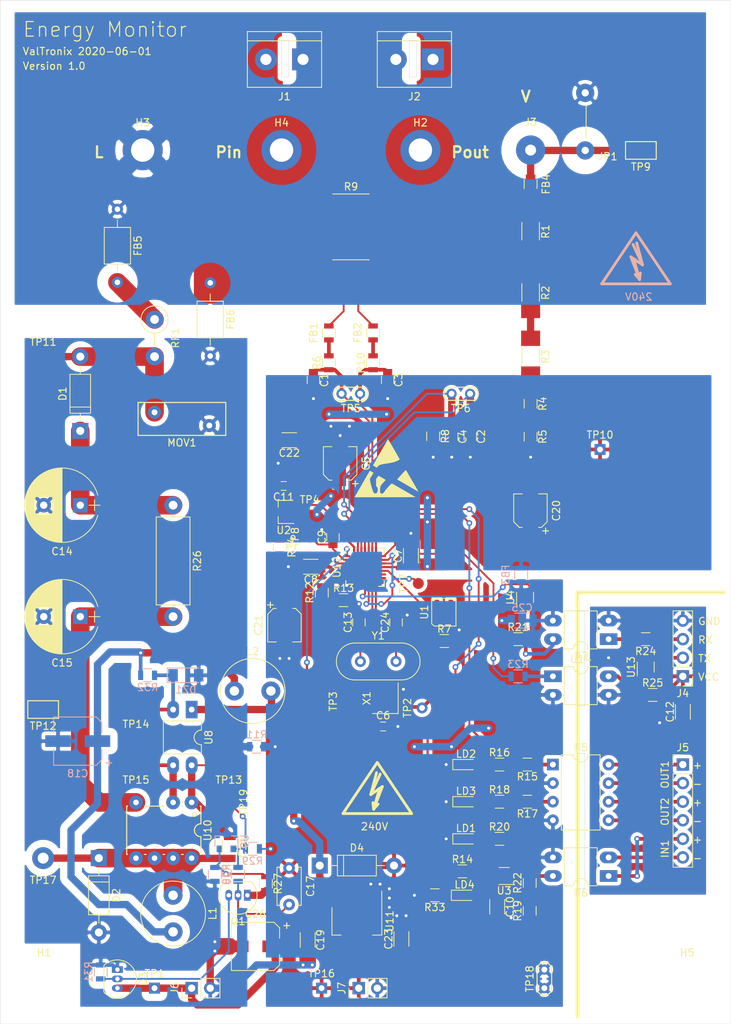
<source format=kicad_pcb>
(kicad_pcb (version 20171130) (host pcbnew "(5.1.6)-1")
  (layers (0 F.Cu signal) (31 B.Cu signal) (34 B.Paste user) (35 F.Paste user) (36 B.SilkS user) (37 F.SilkS user) (38 B.Mask user) (39 F.Mask user) (44 Edge.Cuts user))
  (net 0 "")
  (net 1 /I1-)
  (net 2 GNDA)
  (net 3 /V1+)
  (net 4 /I1+)
  (net 5 /V1-)
  (net 6 +3.3VA)
  (net 7 +3V3)
  (net 8 GNDD)
  (net 9 /VREF)
  (net 10 /TEMPIN)
  (net 11 GND)
  (net 12 VCC)
  (net 13 /OSCI)
  (net 14 "/PSU 3V3 Referenced to mains/BP")
  (net 15 "/PSU 3V3 Referenced to mains/S")
  (net 16 "/PSU 3V3 Referenced to mains/CrB")
  (net 17 "/PSU 3V3 Referenced to mains/5V")
  (net 18 /N)
  (net 19 /OSCO)
  (net 20 "/PSU 3V3 Referenced to mains/LCC")
  (net 21 "/PSU 3V3 Referenced to mains/LRF")
  (net 22 "/PSU 3V3 Referenced to mains/CrG")
  (net 23 "/PSU 3V3 Referenced to mains/Vz")
  (net 24 "Net-(FB1-Pad1)")
  (net 25 "Net-(FB1-Pad2)")
  (net 26 "Net-(FB2-Pad1)")
  (net 27 "Net-(FB2-Pad2)")
  (net 28 /V+)
  (net 29 "Net-(FB4-Pad2)")
  (net 30 /L)
  (net 31 /Lio)
  (net 32 /Nin)
  (net 33 /Nout)
  (net 34 /TX)
  (net 35 /RX)
  (net 36 /D0_P)
  (net 37 /D0_N)
  (net 38 /D1_P)
  (net 39 /D1_N)
  (net 40 /D3_P)
  (net 41 /D3_N)
  (net 42 /DI3L)
  (net 43 /DO0L)
  (net 44 /DO1L)
  (net 45 "Net-(LD4-Pad1)")
  (net 46 "Net-(R1-Pad2)")
  (net 47 "Net-(R2-Pad2)")
  (net 48 "Net-(R3-Pad2)")
  (net 49 ~RESET)
  (net 50 /~MCLR)
  (net 51 /MODE)
  (net 52 /DIO3)
  (net 53 "Net-(R14-Pad2)")
  (net 54 /DO0)
  (net 55 /DIO0)
  (net 56 /DO1)
  (net 57 /DIO1)
  (net 58 "Net-(R19-Pad2)")
  (net 59 "Net-(R21-Pad2)")
  (net 60 /~DI3)
  (net 61 "Net-(R23-Pad1)")
  (net 62 /TX_MON)
  (net 63 "Net-(R24-Pad2)")
  (net 64 "Net-(R25-Pad1)")
  (net 65 "/PSU 3V3 Referenced to mains/D")
  (net 66 "/PSU 3V3 Referenced to mains/Cr2V5")
  (net 67 "/PSU 3V3 Referenced to mains/Cr")
  (net 68 /COM)
  (net 69 "/PSU 3V3 Referenced to mains/FB")
  (net 70 "Net-(U1-Pad4)")
  (net 71 "Net-(U1-Pad5)")
  (net 72 /RX_MON)
  (net 73 "Net-(U12-Pad2)")
  (net 74 "Net-(U12-Pad3)")
  (net 75 "Net-(U12-Pad8)")
  (net 76 "Net-(U12-Pad9)")
  (net 77 "Net-(U12-Pad28)")
  (net 78 "Net-(C18-Pad1)")
  (module ValTronix:Symbol_HighVoltage_Silk (layer B.Cu) (at 137 66 180)
    (fp_text reference SYM3 hide)
    (fp_text value 240V (at -0.381 -4.572) (layer B.SilkS) (effects (justify mirror)))
  )
  (module ValTronix:Symbol_HighVoltage_Silk (layer F.Cu) (at 101.6 138.43)
    (fp_text reference SYM1 hide)
    (fp_text value 240V (at -0.381 4.572) (layer F.SilkS))
  )
  (module Symbols:ESD-Logo_8.9x8mm_SilkScreen (layer F.Cu) (at 102.87 93.98)
    (fp_text reference SYM2 hide)
    (fp_text value SYM_ESD_Large hide)
  )
  (module ValTronix:L_Radial_D8.7mm_P5.00mm_Fastron_07HCP (layer F.Cu) (at 73.66 152.4 270)
    (fp_text reference L1 (at 2.5 -5.41 90) (layer F.SilkS))
    (fp_text value 2mH)
    (pad 1 thru_hole circle (at 0 0 270) (size 2.6 2.6) (drill 1.3) (layers *.Cu *.Mask) (net 15 "/PSU 3V3 Referenced to mains/S"))
    (pad 2 thru_hole circle (at 5 0 270) (size 2.6 2.6) (drill 1.3) (layers *.Cu *.Mask) (net 78 "Net-(C18-Pad1)"))
  )
  (module ValTronix:L_Radial_D8.7mm_P5.00mm_Fastron_07HCP (layer F.Cu) (at 82.042 124.46)
    (fp_text reference L2 (at 2.5 -5.41) (layer F.SilkS))
    (fp_text value 10µH)
    (pad 1 thru_hole circle (at 0 0) (size 2.6 2.6) (drill 1.3) (layers *.Cu *.Mask) (net 78 "Net-(C18-Pad1)"))
    (pad 2 thru_hole circle (at 5 0) (size 2.6 2.6) (drill 1.3) (layers *.Cu *.Mask) (net 17 "/PSU 3V3 Referenced to mains/5V"))
  )
  (module Mounting_Holes:MountingHole_3.2mm_M3_ISO14580 (layer F.Cu) (at 144 164)
    (fp_text reference H5 (at 0 -3.75) (layer F.SilkS))
    (fp_text value MountingHole)
    (pad 1 np_thru_hole circle (at 0 0) (size 3.2 3.2) (drill 3.2) (layers *.Cu *.Mask))
  )
  (module ValTronix:CP_Radial_D10.0mm_P5.00mm (layer F.Cu) (at 60.96 114.3 180)
    (fp_text reference C15 (at 2.5 -6.31) (layer F.SilkS))
    (fp_text value 6.8µF)
    (pad 1 thru_hole rect (at 0 0 180) (size 2 2) (drill 1) (layers *.Cu *.Mask) (net 65 "/PSU 3V3 Referenced to mains/D"))
    (pad 2 thru_hole circle (at 5 0 180) (size 2 2) (drill 1) (layers *.Cu *.Mask) (net 18 /N))
  )
  (module ValTronix:CP_Radial_D10.0mm_P5.00mm (layer F.Cu) (at 60.96 99.06 180)
    (fp_text reference C14 (at 2.5 -6.31) (layer F.SilkS))
    (fp_text value 6.8µF)
    (pad 1 thru_hole rect (at 0 0 180) (size 2 2) (drill 1) (layers *.Cu *.Mask) (net 20 "/PSU 3V3 Referenced to mains/LCC"))
    (pad 2 thru_hole circle (at 5 0 180) (size 2 2) (drill 1) (layers *.Cu *.Mask) (net 18 /N))
  )
  (module ValTronix:TerminalBlock_bornier-2_P5.08mm (layer F.Cu) (at 109.22 38.1 180)
    (fp_text reference J2 (at 2.54 -5.08) (layer F.SilkS))
    (fp_text value OUT)
    (pad 1 thru_hole rect (at 0 0 180) (size 3 3) (drill 1.52) (layers *.Cu *.Mask) (net 33 /Nout))
    (pad 2 thru_hole circle (at 5.08 0 180) (size 3 3) (drill 1.52) (layers *.Cu *.Mask) (net 31 /Lio))
  )
  (module ValTronix:R_0805 (layer B.Cu) (at 85.09 132.08 180)
    (fp_text reference R11 (at 0 1.65) (layer B.SilkS) (effects (justify mirror)))
    (fp_text value 0)
    (pad 1 smd rect (at -0.95 0 180) (size 0.7 1.3) (layers B.Cu B.Paste B.Mask) (net 8 GNDD))
    (pad 2 smd rect (at 0.95 0 180) (size 0.7 1.3) (layers B.Cu B.Paste B.Mask) (net 18 /N))
  )
  (module ValTronix:L_0805 (layer B.Cu) (at 121.285 108.585 270)
    (fp_text reference FB3 (at 0 2.1 90) (layer B.SilkS) (effects (justify mirror)))
    (fp_text value BLM18PG121SN1D)
    (pad 1 smd rect (at -0.95 0 270) (size 0.7 1.3) (layers B.Cu B.Paste B.Mask) (net 2 GNDA))
    (pad 2 smd rect (at 0.95 0 270) (size 0.7 1.3) (layers B.Cu B.Paste B.Mask) (net 8 GNDD))
  )
  (module ValTronix:C_0805 (layer F.Cu) (at 95.531 103.426 90)
    (fp_text reference C9 (at 0 -1.5 90) (layer F.SilkS))
    (fp_text value 100nF)
    (pad 1 smd rect (at -1 0 90) (size 1 1.25) (layers F.Cu F.Paste F.Mask) (net 9 /VREF))
    (pad 2 smd rect (at 1 0 90) (size 1 1.25) (layers F.Cu F.Paste F.Mask) (net 2 GNDA))
  )
  (module ValTronix:C_0603 (layer F.Cu) (at 88.788 96.425 180)
    (fp_text reference C11 (at 0 -1.5) (layer F.SilkS))
    (fp_text value 1nF)
    (pad 2 smd rect (at 0.75 0 180) (size 0.8 0.75) (layers F.Cu F.Paste F.Mask) (net 2 GNDA))
    (pad 1 smd rect (at -0.75 0 180) (size 0.8 0.75) (layers F.Cu F.Paste F.Mask) (net 10 /TEMPIN))
  )
  (module ValTronix:C_0603 (layer F.Cu) (at 102.401 129.318)
    (fp_text reference C6 (at 0 -1.5) (layer F.SilkS))
    (fp_text value 10nF)
    (pad 2 smd rect (at 0.75 0) (size 0.8 0.75) (layers F.Cu F.Paste F.Mask) (net 8 GNDD))
    (pad 1 smd rect (at -0.75 0) (size 0.8 0.75) (layers F.Cu F.Paste F.Mask) (net 7 +3V3))
  )
  (module ValTronix:CP_Elec_6.3x7.7 (layer F.Cu) (at 84.93 159.385 180)
    (fp_text reference C26 (at 0 4.43) (layer F.SilkS))
    (fp_text value 100µF)
    (fp_text user + (at -4.28 2.91) (layer F.SilkS))
    (pad 1 smd rect (at -2.7 0) (size 3.5 1.6) (layers F.Cu F.Paste F.Mask) (net 17 "/PSU 3V3 Referenced to mains/5V"))
    (pad 2 smd rect (at 2.7 0) (size 3.5 1.6) (layers F.Cu F.Paste F.Mask) (net 18 /N))
  )
  (module ValTronix:R_Shunt_8.75x5.6mm (layer F.Cu) (at 98 61)
    (fp_text reference R9 (at 0 -5.5) (layer F.SilkS))
    (fp_text value 2m)
    (pad 3 smd rect (at 5.4 0) (size 5.2 0.25) (layers F.Cu F.Paste F.Mask) (net 27 "Net-(FB2-Pad2)"))
    (pad 2 smd rect (at -5.4 0) (size 5.2 0.25) (layers F.Cu F.Paste F.Mask) (net 25 "Net-(FB1-Pad2)"))
    (pad 4 smd rect (at 5.4 2.375) (size 5.2 4) (layers F.Cu F.Paste F.Mask) (net 33 /Nout))
    (pad 4 smd rect (at 5.4 -2.375) (size 5.2 4) (layers F.Cu F.Paste F.Mask) (net 33 /Nout))
    (pad 1 smd rect (at -5.4 2.375) (size 5.2 4) (layers F.Cu F.Paste F.Mask) (net 32 /Nin))
    (pad 1 smd rect (at -5.4 -2.375) (size 5.2 4) (layers F.Cu F.Paste F.Mask) (net 32 /Nin))
  )
  (module ValTronix:Crystal_HC49-4H_Vertical (layer F.Cu) (at 99.287 120.428)
    (fp_text reference Y1 (at 2.44 -3.525) (layer F.SilkS))
    (fp_text value 4MHz)
    (pad 1 thru_hole circle (at 0 0) (size 1.5 1.5) (drill 0.8) (layers *.Cu *.Mask) (net 13 /OSCI))
    (pad 2 thru_hole circle (at 4.88 0) (size 1.5 1.5) (drill 0.8) (layers *.Cu *.Mask) (net 19 /OSCO))
  )
  (module Oscillators:Oscillator_SMD_SeikoEpson_SG8002CE-4pin_3.2x2.5mm (layer F.Cu) (at 102.704 125.451 90)
    (fp_text reference X1 (at 0 -2.55 90) (layer F.SilkS))
    (fp_text value SG-310)
    (pad 1 smd rect (at -1.2 0.95 90) (size 1.4 1.2) (layers F.Cu F.Paste F.Mask) (net 49 ~RESET))
    (pad 2 smd rect (at 1.2 0.95 90) (size 1.4 1.2) (layers F.Cu F.Paste F.Mask) (net 8 GNDD))
    (pad 3 smd rect (at 1.2 -0.95 90) (size 1.4 1.2) (layers F.Cu F.Paste F.Mask) (net 13 /OSCI))
    (pad 4 smd rect (at -1.2 -0.95 90) (size 1.4 1.2) (layers F.Cu F.Paste F.Mask) (net 7 +3V3))
  )
  (module ValTronix:DIP-4_W7.62mm_LongPads (layer F.Cu) (at 125.63 122.46)
    (fp_text reference U14 (at 3.81 -2.33) (layer F.SilkS))
    (fp_text value PC817)
    (pad 1 thru_hole rect (at 0 0) (size 2.4 1.6) (drill 0.8) (layers *.Cu *.Mask) (net 61 "Net-(R23-Pad1)"))
    (pad 3 thru_hole oval (at 7.62 2.54) (size 2.4 1.6) (drill 0.8) (layers *.Cu *.Mask) (net 11 GND))
    (pad 2 thru_hole oval (at 0 2.54) (size 2.4 1.6) (drill 0.8) (layers *.Cu *.Mask) (net 8 GNDD))
    (pad 4 thru_hole oval (at 7.62 0) (size 2.4 1.6) (drill 0.8) (layers *.Cu *.Mask) (net 64 "Net-(R25-Pad1)"))
  )
  (module ValTronix:SOT-353_SC-70-5 (layer F.Cu) (at 138.33 121.19 90)
    (fp_text reference U13 (at 0 -2 90) (layer F.SilkS))
    (fp_text value 74LVC1G14)
    (pad 1 smd rect (at -0.95 -0.65 90) (size 0.65 0.4) (layers F.Cu F.Paste F.Mask))
    (pad 3 smd rect (at -0.95 0.65 90) (size 0.65 0.4) (layers F.Cu F.Paste F.Mask) (net 12 VCC))
    (pad 2 smd rect (at -0.95 0 90) (size 0.65 0.4) (layers F.Cu F.Paste F.Mask) (net 64 "Net-(R25-Pad1)"))
    (pad 4 smd rect (at 0.95 0.65 90) (size 0.65 0.4) (layers F.Cu F.Paste F.Mask) (net 34 /TX))
    (pad 5 smd rect (at 0.95 -0.65 90) (size 0.65 0.4) (layers F.Cu F.Paste F.Mask) (net 11 GND))
  )
  (module ValTronix:QFN-28-1EP_5x5mm_Pitch0.5mm (layer F.Cu) (at 99.9245 107.5255 90)
    (fp_text reference U12 (at 0 -3.875 90) (layer F.SilkS))
    (fp_text value MCP39F501)
    (pad 1 smd oval (at -2.45 -1.5 90) (size 0.85 0.3) (layers F.Cu F.Paste F.Mask) (net 51 /MODE))
    (pad 2 smd oval (at -2.45 -1 90) (size 0.85 0.3) (layers F.Cu F.Paste F.Mask) (net 73 "Net-(U12-Pad2)"))
    (pad 3 smd oval (at -2.45 -0.5 90) (size 0.85 0.3) (layers F.Cu F.Paste F.Mask) (net 74 "Net-(U12-Pad3)"))
    (pad 4 smd oval (at -2.45 0 90) (size 0.85 0.3) (layers F.Cu F.Paste F.Mask) (net 72 /RX_MON))
    (pad 5 smd oval (at -2.45 0.5 90) (size 0.85 0.3) (layers F.Cu F.Paste F.Mask) (net 68 /COM))
    (pad 6 smd oval (at -2.45 1 90) (size 0.85 0.3) (layers F.Cu F.Paste F.Mask) (net 13 /OSCI))
    (pad 7 smd oval (at -2.45 1.5 90) (size 0.85 0.3) (layers F.Cu F.Paste F.Mask) (net 19 /OSCO))
    (pad 8 smd oval (at -1.5 2.45 180) (size 0.85 0.3) (layers F.Cu F.Paste F.Mask) (net 75 "Net-(U12-Pad8)"))
    (pad 9 smd oval (at -1 2.45 180) (size 0.85 0.3) (layers F.Cu F.Paste F.Mask) (net 76 "Net-(U12-Pad9)"))
    (pad 10 smd oval (at -0.5 2.45 180) (size 0.85 0.3) (layers F.Cu F.Paste F.Mask) (net 49 ~RESET))
    (pad 11 smd oval (at 0 2.45 180) (size 0.85 0.3) (layers F.Cu F.Paste F.Mask) (net 6 +3.3VA))
    (pad 12 smd oval (at 0.5 2.45 180) (size 0.85 0.3) (layers F.Cu F.Paste F.Mask) (net 62 /TX_MON))
    (pad 13 smd oval (at 1 2.45 180) (size 0.85 0.3) (layers F.Cu F.Paste F.Mask) (net 68 /COM))
    (pad 14 smd oval (at 1.5 2.45 180) (size 0.85 0.3) (layers F.Cu F.Paste F.Mask) (net 55 /DIO0))
    (pad 15 smd oval (at 2.45 1.5 90) (size 0.85 0.3) (layers F.Cu F.Paste F.Mask) (net 57 /DIO1))
    (pad 16 smd oval (at 2.45 1 90) (size 0.85 0.3) (layers F.Cu F.Paste F.Mask) (net 4 /I1+))
    (pad 17 smd oval (at 2.45 0.5 90) (size 0.85 0.3) (layers F.Cu F.Paste F.Mask) (net 1 /I1-))
    (pad 18 smd oval (at 2.45 0 90) (size 0.85 0.3) (layers F.Cu F.Paste F.Mask) (net 5 /V1-))
    (pad 19 smd oval (at 2.45 -0.5 90) (size 0.85 0.3) (layers F.Cu F.Paste F.Mask) (net 3 /V1+))
    (pad 20 smd oval (at 2.45 -1 90) (size 0.85 0.3) (layers F.Cu F.Paste F.Mask) (net 10 /TEMPIN))
    (pad 21 smd oval (at 2.45 -1.5 90) (size 0.85 0.3) (layers F.Cu F.Paste F.Mask) (net 2 GNDA))
    (pad 22 smd oval (at 1.5 -2.45 180) (size 0.85 0.3) (layers F.Cu F.Paste F.Mask) (net 52 /DIO3))
    (pad 23 smd oval (at 1 -2.45 180) (size 0.85 0.3) (layers F.Cu F.Paste F.Mask) (net 9 /VREF))
    (pad 24 smd oval (at 0.5 -2.45 180) (size 0.85 0.3) (layers F.Cu F.Paste F.Mask) (net 8 GNDD))
    (pad 25 smd oval (at 0 -2.45 180) (size 0.85 0.3) (layers F.Cu F.Paste F.Mask) (net 7 +3V3))
    (pad 26 smd oval (at -0.5 -2.45 180) (size 0.85 0.3) (layers F.Cu F.Paste F.Mask) (net 50 /~MCLR))
    (pad 27 smd oval (at -1 -2.45 180) (size 0.85 0.3) (layers F.Cu F.Paste F.Mask) (net 8 GNDD))
    (pad 28 smd oval (at -1.5 -2.45 180) (size 0.85 0.3) (layers F.Cu F.Paste F.Mask) (net 77 "Net-(U12-Pad28)"))
    (pad 29 smd rect (at 0.8375 0.8375 90) (size 1.675 1.675) (layers F.Cu F.Paste F.Mask) (net 8 GNDD))
    (pad 29 smd rect (at 0.8375 -0.8375 90) (size 1.675 1.675) (layers F.Cu F.Paste F.Mask) (net 8 GNDD))
    (pad 29 smd rect (at -0.8375 0.8375 90) (size 1.675 1.675) (layers F.Cu F.Paste F.Mask) (net 8 GNDD))
    (pad 29 smd rect (at -0.8375 -0.8375 90) (size 1.675 1.675) (layers F.Cu F.Paste F.Mask) (net 8 GNDD))
  )
  (module ValTronix:SOT-223-3_TabPin2 (layer F.Cu) (at 98.806 155.931 270)
    (fp_text reference U11 (at 0 -4.5 90) (layer F.SilkS))
    (fp_text value AMS1117-3.3)
    (pad 2 smd rect (at 3.15 0 270) (size 2 3.8) (layers F.Cu F.Paste F.Mask) (net 7 +3V3))
    (pad 2 smd rect (at -3.15 0 270) (size 2 1.5) (layers F.Cu F.Paste F.Mask) (net 7 +3V3))
    (pad 3 smd rect (at -3.15 2.3 270) (size 2 1.5) (layers F.Cu F.Paste F.Mask) (net 17 "/PSU 3V3 Referenced to mains/5V"))
    (pad 1 smd rect (at -3.15 -2.3 270) (size 2 1.5) (layers F.Cu F.Paste F.Mask) (net 8 GNDD))
  )
  (module ValTronix:PDIP-8C (layer F.Cu) (at 72.39 143.51 180)
    (fp_text reference U10 (at -6 0 90) (layer F.SilkS))
    (fp_text value LNK3202P)
    (pad 1 thru_hole circle (at -3.81 3.81 180) (size 1.905 1.905) (drill 0.762) (layers *.Cu *.Mask) (net 14 "/PSU 3V3 Referenced to mains/BP"))
    (pad 2 thru_hole circle (at -1.27 3.81 180) (size 1.905 1.905) (drill 0.762) (layers *.Cu *.Mask) (net 69 "/PSU 3V3 Referenced to mains/FB"))
    (pad 4 thru_hole circle (at 3.81 3.81 180) (size 1.905 1.905) (drill 0.762) (layers *.Cu *.Mask) (net 65 "/PSU 3V3 Referenced to mains/D"))
    (pad 5 thru_hole circle (at 3.81 -3.81 180) (size 1.905 1.905) (drill 0.762) (layers *.Cu *.Mask) (net 15 "/PSU 3V3 Referenced to mains/S"))
    (pad 6 thru_hole circle (at 1.27 -3.81 180) (size 1.905 1.905) (drill 0.762) (layers *.Cu *.Mask) (net 15 "/PSU 3V3 Referenced to mains/S"))
    (pad 7 thru_hole circle (at -1.27 -3.81 180) (size 1.905 1.905) (drill 0.762) (layers *.Cu *.Mask) (net 15 "/PSU 3V3 Referenced to mains/S"))
    (pad 8 thru_hole circle (at -3.81 -3.81 180) (size 1.905 1.905) (drill 0.762) (layers *.Cu *.Mask) (net 15 "/PSU 3V3 Referenced to mains/S"))
  )
  (module ValTronix:SOT-23 (layer B.Cu) (at 80.965 145.05 90)
    (fp_text reference U9 (at 0 2.5 90) (layer B.SilkS) (effects (justify mirror)))
    (fp_text value TL431DBZ)
    (pad 1 smd rect (at -1 0.95 90) (size 0.9 0.8) (layers B.Cu B.Paste B.Mask) (net 67 "/PSU 3V3 Referenced to mains/Cr"))
    (pad 2 smd rect (at -1 -0.95 90) (size 0.9 0.8) (layers B.Cu B.Paste B.Mask) (net 66 "/PSU 3V3 Referenced to mains/Cr2V5"))
    (pad 3 smd rect (at 1 0 90) (size 0.9 0.8) (layers B.Cu B.Paste B.Mask) (net 18 /N))
  )
  (module ValTronix:DIP-4_W7.62mm_LongPads (layer F.Cu) (at 76.2 127 270)
    (fp_text reference U8 (at 3.81 -2.33 90) (layer F.SilkS))
    (fp_text value PC817)
    (pad 1 thru_hole rect (at 0 0 270) (size 2.4 1.6) (drill 0.8) (layers *.Cu *.Mask) (net 17 "/PSU 3V3 Referenced to mains/5V"))
    (pad 3 thru_hole oval (at 7.62 2.54 270) (size 2.4 1.6) (drill 0.8) (layers *.Cu *.Mask) (net 69 "/PSU 3V3 Referenced to mains/FB"))
    (pad 2 thru_hole oval (at 0 2.54 270) (size 2.4 1.6) (drill 0.8) (layers *.Cu *.Mask) (net 23 "/PSU 3V3 Referenced to mains/Vz"))
    (pad 4 thru_hole oval (at 7.62 0 270) (size 2.4 1.6) (drill 0.8) (layers *.Cu *.Mask) (net 14 "/PSU 3V3 Referenced to mains/BP"))
  )
  (module ValTronix:DIP-4_W7.62mm_LongPads (layer F.Cu) (at 133.25 117.38 180)
    (fp_text reference U7 (at 3.81 -2.33) (layer F.SilkS))
    (fp_text value PC817)
    (pad 1 thru_hole rect (at 0 0 180) (size 2.4 1.6) (drill 0.8) (layers *.Cu *.Mask) (net 63 "Net-(R24-Pad2)"))
    (pad 3 thru_hole oval (at 7.62 2.54 180) (size 2.4 1.6) (drill 0.8) (layers *.Cu *.Mask) (net 8 GNDD))
    (pad 2 thru_hole oval (at 0 2.54 180) (size 2.4 1.6) (drill 0.8) (layers *.Cu *.Mask) (net 11 GND))
    (pad 4 thru_hole oval (at 7.62 0 180) (size 2.4 1.6) (drill 0.8) (layers *.Cu *.Mask) (net 59 "Net-(R21-Pad2)"))
  )
  (module ValTronix:DIP-4_W7.62mm_LongPads (layer F.Cu) (at 133.25 149.765 180)
    (fp_text reference U6 (at 3.81 -2.33) (layer F.SilkS))
    (fp_text value PC817)
    (pad 1 thru_hole rect (at 0 0 180) (size 2.4 1.6) (drill 0.8) (layers *.Cu *.Mask) (net 40 /D3_P))
    (pad 3 thru_hole oval (at 7.62 2.54 180) (size 2.4 1.6) (drill 0.8) (layers *.Cu *.Mask) (net 8 GNDD))
    (pad 2 thru_hole oval (at 0 2.54 180) (size 2.4 1.6) (drill 0.8) (layers *.Cu *.Mask) (net 41 /D3_N))
    (pad 4 thru_hole oval (at 7.62 0 180) (size 2.4 1.6) (drill 0.8) (layers *.Cu *.Mask) (net 60 /~DI3))
  )
  (module ValTronix:DIP-8_W7.62mm (layer F.Cu) (at 125.63 134.525)
    (fp_text reference U5 (at 3.81 -2.33) (layer F.SilkS))
    (fp_text value PC827)
    (pad 1 thru_hole rect (at 0 0) (size 1.6 1.6) (drill 0.8) (layers *.Cu *.Mask) (net 54 /DO0))
    (pad 5 thru_hole oval (at 7.62 7.62) (size 1.6 1.6) (drill 0.8) (layers *.Cu *.Mask) (net 39 /D1_N))
    (pad 2 thru_hole oval (at 0 2.54) (size 1.6 1.6) (drill 0.8) (layers *.Cu *.Mask) (net 8 GNDD))
    (pad 6 thru_hole oval (at 7.62 5.08) (size 1.6 1.6) (drill 0.8) (layers *.Cu *.Mask) (net 38 /D1_P))
    (pad 3 thru_hole oval (at 0 5.08) (size 1.6 1.6) (drill 0.8) (layers *.Cu *.Mask) (net 56 /DO1))
    (pad 7 thru_hole oval (at 7.62 2.54) (size 1.6 1.6) (drill 0.8) (layers *.Cu *.Mask) (net 37 /D0_N))
    (pad 4 thru_hole oval (at 0 7.62) (size 1.6 1.6) (drill 0.8) (layers *.Cu *.Mask) (net 8 GNDD))
    (pad 8 thru_hole oval (at 7.62 0) (size 1.6 1.6) (drill 0.8) (layers *.Cu *.Mask) (net 36 /D0_P))
  )
  (module ValTronix:SOT-353_SC-70-5 (layer F.Cu) (at 121.82 111.665 90)
    (fp_text reference U4 (at 0 -2 90) (layer F.SilkS))
    (fp_text value 74LVC1G14)
    (pad 1 smd rect (at -0.95 -0.65 90) (size 0.65 0.4) (layers F.Cu F.Paste F.Mask))
    (pad 3 smd rect (at -0.95 0.65 90) (size 0.65 0.4) (layers F.Cu F.Paste F.Mask) (net 7 +3V3))
    (pad 2 smd rect (at -0.95 0 90) (size 0.65 0.4) (layers F.Cu F.Paste F.Mask) (net 59 "Net-(R21-Pad2)"))
    (pad 4 smd rect (at 0.95 0.65 90) (size 0.65 0.4) (layers F.Cu F.Paste F.Mask) (net 72 /RX_MON))
    (pad 5 smd rect (at 0.95 -0.65 90) (size 0.65 0.4) (layers F.Cu F.Paste F.Mask) (net 8 GNDD))
  )
  (module ValTronix:SOT-353_SC-70-5 (layer F.Cu) (at 118.96 149.765 180)
    (fp_text reference U3 (at 0 -2) (layer F.SilkS))
    (fp_text value 74LVC1G14)
    (pad 1 smd rect (at -0.95 -0.65 180) (size 0.65 0.4) (layers F.Cu F.Paste F.Mask))
    (pad 3 smd rect (at -0.95 0.65 180) (size 0.65 0.4) (layers F.Cu F.Paste F.Mask) (net 8 GNDD))
    (pad 2 smd rect (at -0.95 0 180) (size 0.65 0.4) (layers F.Cu F.Paste F.Mask) (net 60 /~DI3))
    (pad 4 smd rect (at 0.95 0.65 180) (size 0.65 0.4) (layers F.Cu F.Paste F.Mask) (net 53 "Net-(R14-Pad2)"))
    (pad 5 smd rect (at 0.95 -0.65 180) (size 0.65 0.4) (layers F.Cu F.Paste F.Mask) (net 7 +3V3))
  )
  (module ValTronix:SOT-23 (layer F.Cu) (at 88.8 99.981 180)
    (fp_text reference U2 (at 0 -2.5) (layer F.SilkS))
    (fp_text value MCP9700AT-ETT)
    (pad 1 smd rect (at -1 -0.95 180) (size 0.9 0.8) (layers F.Cu F.Paste F.Mask) (net 6 +3.3VA))
    (pad 2 smd rect (at -1 0.95 180) (size 0.9 0.8) (layers F.Cu F.Paste F.Mask) (net 10 /TEMPIN))
    (pad 3 smd rect (at 1 0 180) (size 0.9 0.8) (layers F.Cu F.Paste F.Mask) (net 2 GNDA))
  )
  (module ValTronix:SSOP-5_2.9x2.8mm_Pitch0.95mm (layer F.Cu) (at 110.705 113.688)
    (fp_text reference U1 (at -2.66 0 90) (layer F.SilkS))
    (fp_text value BD4830G)
    (pad 3 smd rect (at 0.95 1.2) (size 0.6 1) (layers F.Cu F.Paste F.Mask) (net 8 GNDD))
    (pad 4 smd rect (at 0.95 -1.2) (size 0.6 1) (layers F.Cu F.Paste F.Mask) (net 70 "Net-(U1-Pad4)"))
    (pad 2 smd rect (at 0 1.2) (size 0.6 1) (layers F.Cu F.Paste F.Mask) (net 7 +3V3))
    (pad 1 smd rect (at -0.95 1.2) (size 0.6 1) (layers F.Cu F.Paste F.Mask) (net 49 ~RESET))
    (pad 5 smd rect (at -0.95 -1.2) (size 0.6 1) (layers F.Cu F.Paste F.Mask) (net 71 "Net-(U1-Pad5)"))
  )
  (module Measurement_Points:Measurement_Point_Round-SMD-Pad_Small (layer F.Cu) (at 81.28 139.7 270)
    (fp_text reference TP19 (at 0 -2 90) (layer F.SilkS))
    (fp_text value Cr)
    (pad 1 smd circle (at 0 0 270) (size 1.5 1.5) (layers F.Cu F.Mask) (net 67 "/PSU 3V3 Referenced to mains/Cr"))
  )
  (module Measurement_Points:Test_Point (layer F.Cu) (at 124.46 165.1 90)
    (fp_text reference TP18 (at 1.27 -2 90) (layer F.SilkS))
    (fp_text value GNDD)
    (pad 1 thru_hole circle (at 0 0 90) (size 1.4 1.4) (drill 0.8128) (layers *.Cu *.Mask) (net 8 GNDD))
    (pad 1 thru_hole circle (at 2.54 0 90) (size 1.4 1.4) (drill 0.8128) (layers *.Cu *.Mask) (net 8 GNDD))
  )
  (module Measurement_Points:Measurement_Point_Round-TH_Big (layer F.Cu) (at 55.88 147.32 180)
    (fp_text reference TP17 (at 0 -3) (layer F.SilkS))
    (fp_text value S)
    (pad 1 thru_hole circle (at 0 0 180) (size 3 3) (drill 1.5) (layers *.Cu *.Mask) (net 15 "/PSU 3V3 Referenced to mains/S"))
  )
  (module Measurement_Points:Measurement_Point_Square-TH_Small (layer F.Cu) (at 93.98 165.1)
    (fp_text reference TP16 (at 0 -2) (layer F.SilkS))
    (fp_text value +3V3D)
    (pad 1 thru_hole rect (at 0 0) (size 1.5 1.5) (drill 0.8) (layers *.Cu *.Mask) (net 7 +3V3))
  )
  (module Measurement_Points:Measurement_Point_Round-SMD-Pad_Small (layer F.Cu) (at 68.58 134.62 180)
    (fp_text reference TP15 (at 0 -2) (layer F.SilkS))
    (fp_text value FB)
    (pad 1 smd circle (at 0 0 180) (size 1.5 1.5) (layers F.Cu F.Mask) (net 69 "/PSU 3V3 Referenced to mains/FB"))
  )
  (module Measurement_Points:Measurement_Point_Round-SMD-Pad_Small (layer F.Cu) (at 68.58 127 180)
    (fp_text reference TP14 (at 0 -2) (layer F.SilkS))
    (fp_text value Vz)
    (pad 1 smd circle (at 0 0 180) (size 1.5 1.5) (layers F.Cu F.Mask) (net 23 "/PSU 3V3 Referenced to mains/Vz"))
  )
  (module Measurement_Points:Measurement_Point_Round-SMD-Pad_Small (layer F.Cu) (at 81.28 134.62 180)
    (fp_text reference TP13 (at 0 -2) (layer F.SilkS))
    (fp_text value BP)
    (pad 1 smd circle (at 0 0 180) (size 1.5 1.5) (layers F.Cu F.Mask) (net 14 "/PSU 3V3 Referenced to mains/BP"))
  )
  (module Measurement_Points:Test_Point_Keystone_5019_Minature (layer F.Cu) (at 55.88 127 180)
    (fp_text reference TP12 (at 0 -2.25) (layer F.SilkS))
    (fp_text value D)
    (pad 1 smd rect (at 0 0 180) (size 3.8 2) (layers F.Cu F.Paste F.Mask) (net 65 "/PSU 3V3 Referenced to mains/D"))
  )
  (module Measurement_Points:Measurement_Point_Round-SMD-Pad_Small (layer F.Cu) (at 55.88 78.74)
    (fp_text reference TP11 (at 0 -2) (layer F.SilkS))
    (fp_text value LRF)
    (pad 1 smd circle (at 0 0) (size 1.5 1.5) (layers F.Cu F.Mask) (net 21 "/PSU 3V3 Referenced to mains/LRF"))
  )
  (module Measurement_Points:Measurement_Point_Square-TH_Small (layer F.Cu) (at 132.08 91.44)
    (fp_text reference TP10 (at 0 -2) (layer F.SilkS))
    (fp_text value +3V3A)
    (pad 1 thru_hole rect (at 0 0) (size 1.5 1.5) (drill 0.8) (layers *.Cu *.Mask) (net 6 +3.3VA))
  )
  (module Measurement_Points:Test_Point_Keystone_5019_Minature (layer F.Cu) (at 137.668 50.546 180)
    (fp_text reference TP9 (at 0 -2.25) (layer F.SilkS))
    (fp_text value V+)
    (pad 1 smd rect (at 0 0 180) (size 3.8 2) (layers F.Cu F.Paste F.Mask) (net 28 /V+))
  )
  (module Measurement_Points:Measurement_Point_Round-SMD-Pad_Small (layer F.Cu) (at 92.356 103.41 90)
    (fp_text reference TP8 (at 0 -2 90) (layer F.SilkS))
    (fp_text value Vref)
    (pad 1 smd circle (at 0 0 90) (size 1.5 1.5) (layers F.Cu F.Mask) (net 9 /VREF))
  )
  (module Measurement_Points:Measurement_Point_Round-SMD-Pad_Small (layer F.Cu) (at 107.215 109.76 90)
    (fp_text reference TP7 (at 0 -2 90) (layer F.SilkS))
    (fp_text value Test)
    (pad 1 smd circle (at 0 0 90) (size 1.5 1.5) (layers F.Cu F.Mask) (net 68 /COM))
  )
  (module Measurement_Points:Test_Point_2Pads (layer F.Cu) (at 114.3 83.82 180)
    (fp_text reference TP6 (at 1.27 -2) (layer F.SilkS))
    (fp_text value V)
    (pad 1 thru_hole circle (at 0 0 180) (size 1.4 1.4) (drill 0.8128) (layers *.Cu *.Mask) (net 3 /V1+))
    (pad 2 thru_hole circle (at 2.54 0 180) (size 1.4 1.4) (drill 0.8128) (layers *.Cu *.Mask) (net 5 /V1-))
  )
  (module Measurement_Points:Test_Point_2Pads (layer F.Cu) (at 99.25 83.82 180)
    (fp_text reference TP5 (at 1.27 -2) (layer F.SilkS))
    (fp_text value I)
    (pad 1 thru_hole circle (at 0 0 180) (size 1.4 1.4) (drill 0.8128) (layers *.Cu *.Mask) (net 4 /I1+))
    (pad 2 thru_hole circle (at 2.54 0 180) (size 1.4 1.4) (drill 0.8128) (layers *.Cu *.Mask) (net 1 /I1-))
  )
  (module Measurement_Points:Measurement_Point_Round-SMD-Pad_Small (layer F.Cu) (at 92.356 96.298 180)
    (fp_text reference TP4 (at 0 -2) (layer F.SilkS))
    (fp_text value Temp)
    (pad 1 smd circle (at 0 0 180) (size 1.5 1.5) (layers F.Cu F.Mask) (net 10 /TEMPIN))
  )
  (module Measurement_Points:Measurement_Point_Round-SMD-Pad_Small (layer F.Cu) (at 97.563 125.889 90)
    (fp_text reference TP3 (at 0 -2 90) (layer F.SilkS))
    (fp_text value 4MHz)
    (pad 1 smd circle (at 0 0 90) (size 1.5 1.5) (layers F.Cu F.Mask) (net 13 /OSCI))
  )
  (module Measurement_Points:Measurement_Point_Round-TH_Small (layer F.Cu) (at 107.723 126.778 90)
    (fp_text reference TP2 (at 0 -2 90) (layer F.SilkS))
    (fp_text value ~RESET)
    (pad 1 thru_hole circle (at 0 0 90) (size 1.5 1.5) (drill 0.8) (layers *.Cu *.Mask) (net 49 ~RESET))
  )
  (module Measurement_Points:Measurement_Point_Square-TH_Small (layer F.Cu) (at 71.12 165.1)
    (fp_text reference TP1 (at 0 -2) (layer F.SilkS))
    (fp_text value 5V)
    (pad 1 thru_hole rect (at 0 0) (size 1.5 1.5) (drill 0.8) (layers *.Cu *.Mask) (net 17 "/PSU 3V3 Referenced to mains/5V"))
  )
  (module ValTronix:R_Axial_DIN0411_L9.9mm_D3.6mm_P5.08mm_Vertical (layer F.Cu) (at 71.12 73.66 270)
    (fp_text reference RF1 (at 2.54 -2.86 90) (layer F.SilkS))
    (fp_text value 8.2)
    (pad 1 thru_hole circle (at 0 0 270) (size 2.4 2.4) (drill 1.2) (layers *.Cu *.Mask) (net 30 /L) (clearance 1.5))
    (pad 2 thru_hole oval (at 5.08 0 270) (size 2.4 2.4) (drill 1.2) (layers *.Cu *.Mask) (net 21 "/PSU 3V3 Referenced to mains/LRF"))
  )
  (module ValTronix:R_0805 (layer F.Cu) (at 88.265 104.775 270)
    (fp_text reference R34 (at 0 -1.65 90) (layer F.SilkS))
    (fp_text value 100)
    (pad 1 smd rect (at -0.95 0 270) (size 0.7 1.3) (layers F.Cu F.Paste F.Mask) (net 6 +3.3VA))
    (pad 2 smd rect (at 0.95 0 270) (size 0.7 1.3) (layers F.Cu F.Paste F.Mask) (net 7 +3V3))
  )
  (module ValTronix:R_0805 (layer F.Cu) (at 109.474 152.4 180)
    (fp_text reference R33 (at 0 -1.65) (layer F.SilkS))
    (fp_text value 1k)
    (pad 1 smd rect (at -0.95 0 180) (size 0.7 1.3) (layers F.Cu F.Paste F.Mask) (net 45 "Net-(LD4-Pad1)"))
    (pad 2 smd rect (at 0.95 0 180) (size 0.7 1.3) (layers F.Cu F.Paste F.Mask) (net 8 GNDD))
  )
  (module ValTronix:R_0805 (layer B.Cu) (at 70.17 122.315)
    (fp_text reference R32 (at 0 1.65) (layer B.SilkS) (effects (justify mirror)))
    (fp_text value 560)
    (pad 1 smd rect (at -0.95 0) (size 0.7 1.3) (layers B.Cu B.Paste B.Mask) (net 78 "Net-(C18-Pad1)"))
    (pad 2 smd rect (at 0.95 0) (size 0.7 1.3) (layers B.Cu B.Paste B.Mask) (net 23 "/PSU 3V3 Referenced to mains/Vz"))
  )
  (module ValTronix:R_0805 (layer B.Cu) (at 63.754 162.88 270)
    (fp_text reference R31 (at 0 1.65 90) (layer B.SilkS) (effects (justify mirror)))
    (fp_text value R)
    (pad 1 smd rect (at -0.95 0 270) (size 0.7 1.3) (layers B.Cu B.Paste B.Mask) (net 18 /N))
    (pad 2 smd rect (at 0.95 0 270) (size 0.7 1.3) (layers B.Cu B.Paste B.Mask) (net 22 "/PSU 3V3 Referenced to mains/CrG"))
  )
  (module ValTronix:R_0805 (layer B.Cu) (at 82.55 149.54 270)
    (fp_text reference R30 (at 0 1.65 270) (layer B.SilkS) (effects (justify mirror)))
    (fp_text value R)
    (pad 1 smd rect (at -0.95 0 270) (size 0.7 1.3) (layers B.Cu B.Paste B.Mask) (net 67 "/PSU 3V3 Referenced to mains/Cr"))
    (pad 2 smd rect (at 0.95 0 270) (size 0.7 1.3) (layers B.Cu B.Paste B.Mask) (net 16 "/PSU 3V3 Referenced to mains/CrB"))
  )
  (module ValTronix:R_0805 (layer B.Cu) (at 84.521 146.05)
    (fp_text reference R29 (at 0 1.65 180) (layer B.SilkS) (effects (justify mirror)))
    (fp_text value R)
    (pad 1 smd rect (at -0.95 0) (size 0.7 1.3) (layers B.Cu B.Paste B.Mask) (net 67 "/PSU 3V3 Referenced to mains/Cr"))
    (pad 2 smd rect (at 0.95 0) (size 0.7 1.3) (layers B.Cu B.Paste B.Mask) (net 7 +3V3))
  )
  (module ValTronix:R_0805 (layer B.Cu) (at 79.375 149.545 90)
    (fp_text reference R28 (at 0 1.65 270) (layer B.SilkS) (effects (justify mirror)))
    (fp_text value 30k)
    (pad 1 smd rect (at -0.95 0 90) (size 0.7 1.3) (layers B.Cu B.Paste B.Mask) (net 18 /N))
    (pad 2 smd rect (at 0.95 0 90) (size 0.7 1.3) (layers B.Cu B.Paste B.Mask) (net 66 "/PSU 3V3 Referenced to mains/Cr2V5"))
  )
  (module ValTronix:R_0805 (layer F.Cu) (at 86.36 150.81 270)
    (fp_text reference R27 (at 0 -1.65 90) (layer F.SilkS))
    (fp_text value 12k)
    (pad 1 smd rect (at -0.95 0 270) (size 0.7 1.3) (layers F.Cu F.Paste F.Mask) (net 66 "/PSU 3V3 Referenced to mains/Cr2V5"))
    (pad 2 smd rect (at 0.95 0 270) (size 0.7 1.3) (layers F.Cu F.Paste F.Mask) (net 7 +3V3))
  )
  (module ValTronix:R_Axial_DIN0414_L11.9mm_D4.5mm_P15.24mm_Horizontal (layer F.Cu) (at 73.66 99.06 270)
    (fp_text reference R26 (at 7.62 -3.31 90) (layer F.SilkS))
    (fp_text value 100)
    (pad 1 thru_hole circle (at 0 0 270) (size 2.4 2.4) (drill 1.2) (layers *.Cu *.Mask) (net 20 "/PSU 3V3 Referenced to mains/LCC"))
    (pad 2 thru_hole oval (at 15.24 0 270) (size 2.4 2.4) (drill 1.2) (layers *.Cu *.Mask) (net 65 "/PSU 3V3 Referenced to mains/D"))
  )
  (module ValTronix:R_0805 (layer F.Cu) (at 139.28 125)
    (fp_text reference R25 (at 0 -1.65) (layer F.SilkS))
    (fp_text value 10k)
    (pad 1 smd rect (at -0.95 0) (size 0.7 1.3) (layers F.Cu F.Paste F.Mask) (net 64 "Net-(R25-Pad1)"))
    (pad 2 smd rect (at 0.95 0) (size 0.7 1.3) (layers F.Cu F.Paste F.Mask) (net 12 VCC))
  )
  (module ValTronix:R_0805 (layer F.Cu) (at 138.33 117.38 180)
    (fp_text reference R24 (at 0 -1.65) (layer F.SilkS))
    (fp_text value 1k)
    (pad 1 smd rect (at -0.95 0 180) (size 0.7 1.3) (layers F.Cu F.Paste F.Mask) (net 35 /RX))
    (pad 2 smd rect (at 0.95 0 180) (size 0.7 1.3) (layers F.Cu F.Paste F.Mask) (net 63 "Net-(R24-Pad2)"))
  )
  (module ValTronix:R_0805 (layer B.Cu) (at 120.865 122.46 180)
    (fp_text reference R23 (at 0 1.65) (layer B.SilkS) (effects (justify mirror)))
    (fp_text value 1k)
    (pad 1 smd rect (at -0.95 0 180) (size 0.7 1.3) (layers B.Cu B.Paste B.Mask) (net 61 "Net-(R23-Pad1)"))
    (pad 2 smd rect (at 0.95 0 180) (size 0.7 1.3) (layers B.Cu B.Paste B.Mask) (net 62 /TX_MON))
  )
  (module ValTronix:R_0805 (layer F.Cu) (at 122.455 150.715 90)
    (fp_text reference R22 (at 0 -1.65 90) (layer F.SilkS))
    (fp_text value 10k)
    (pad 1 smd rect (at -0.95 0 90) (size 0.7 1.3) (layers F.Cu F.Paste F.Mask) (net 58 "Net-(R19-Pad2)"))
    (pad 2 smd rect (at 0.95 0 90) (size 0.7 1.3) (layers F.Cu F.Paste F.Mask) (net 60 /~DI3))
  )
  (module ValTronix:R_0805 (layer F.Cu) (at 120.87 117.38)
    (fp_text reference R21 (at 0 -1.65) (layer F.SilkS))
    (fp_text value 10k)
    (pad 1 smd rect (at -0.95 0) (size 0.7 1.3) (layers F.Cu F.Paste F.Mask) (net 7 +3V3))
    (pad 2 smd rect (at 0.95 0) (size 0.7 1.3) (layers F.Cu F.Paste F.Mask) (net 59 "Net-(R21-Pad2)"))
  )
  (module ValTronix:R_0805 (layer F.Cu) (at 118.33 144.685)
    (fp_text reference R20 (at 0 -1.65) (layer F.SilkS))
    (fp_text value 1k)
    (pad 1 smd rect (at -0.95 0) (size 0.7 1.3) (layers F.Cu F.Paste F.Mask) (net 42 /DI3L))
    (pad 2 smd rect (at 0.95 0) (size 0.7 1.3) (layers F.Cu F.Paste F.Mask) (net 53 "Net-(R14-Pad2)"))
  )
  (module ValTronix:R_0805 (layer F.Cu) (at 122.455 154.525 90)
    (fp_text reference R19 (at 0 -1.65 90) (layer F.SilkS))
    (fp_text value 10k)
    (pad 1 smd rect (at -0.95 0 90) (size 0.7 1.3) (layers F.Cu F.Paste F.Mask) (net 7 +3V3))
    (pad 2 smd rect (at 0.95 0 90) (size 0.7 1.3) (layers F.Cu F.Paste F.Mask) (net 58 "Net-(R19-Pad2)"))
  )
  (module ValTronix:R_0805 (layer F.Cu) (at 118.325 139.605)
    (fp_text reference R18 (at 0 -1.65) (layer F.SilkS))
    (fp_text value 1k)
    (pad 1 smd rect (at -0.95 0) (size 0.7 1.3) (layers F.Cu F.Paste F.Mask) (net 44 /DO1L))
    (pad 2 smd rect (at 0.95 0) (size 0.7 1.3) (layers F.Cu F.Paste F.Mask) (net 57 /DIO1))
  )
  (module ValTronix:R_0805 (layer F.Cu) (at 122.135 139.605 180)
    (fp_text reference R17 (at 0 -1.65) (layer F.SilkS))
    (fp_text value 2k)
    (pad 1 smd rect (at -0.95 0 180) (size 0.7 1.3) (layers F.Cu F.Paste F.Mask) (net 56 /DO1))
    (pad 2 smd rect (at 0.95 0 180) (size 0.7 1.3) (layers F.Cu F.Paste F.Mask) (net 57 /DIO1))
  )
  (module ValTronix:R_0805 (layer F.Cu) (at 118.33 134.525)
    (fp_text reference R16 (at 0 -1.65) (layer F.SilkS))
    (fp_text value 1k)
    (pad 1 smd rect (at -0.95 0) (size 0.7 1.3) (layers F.Cu F.Paste F.Mask) (net 43 /DO0L))
    (pad 2 smd rect (at 0.95 0) (size 0.7 1.3) (layers F.Cu F.Paste F.Mask) (net 55 /DIO0))
  )
  (module ValTronix:R_0805 (layer F.Cu) (at 122.14 134.525 180)
    (fp_text reference R15 (at 0 -1.65) (layer F.SilkS))
    (fp_text value 2k)
    (pad 1 smd rect (at -0.95 0 180) (size 0.7 1.3) (layers F.Cu F.Paste F.Mask) (net 54 /DO0))
    (pad 2 smd rect (at 0.95 0 180) (size 0.7 1.3) (layers F.Cu F.Paste F.Mask) (net 55 /DIO0))
  )
  (module ValTronix:R_0805 (layer F.Cu) (at 113.25 149.13)
    (fp_text reference R14 (at 0 -1.65) (layer F.SilkS))
    (fp_text value 200)
    (pad 1 smd rect (at -0.95 0) (size 0.7 1.3) (layers F.Cu F.Paste F.Mask) (net 52 /DIO3))
    (pad 2 smd rect (at 0.95 0) (size 0.7 1.3) (layers F.Cu F.Paste F.Mask) (net 53 "Net-(R14-Pad2)"))
  )
  (module ValTronix:R_0805 (layer F.Cu) (at 96.989 112.046)
    (fp_text reference R13 (at 0 -1.65) (layer F.SilkS))
    (fp_text value 4.7k)
    (pad 1 smd rect (at -0.95 0) (size 0.7 1.3) (layers F.Cu F.Paste F.Mask) (net 7 +3V3))
    (pad 2 smd rect (at 0.95 0) (size 0.7 1.3) (layers F.Cu F.Paste F.Mask) (net 51 /MODE))
  )
  (module ValTronix:R_0805 (layer F.Cu) (at 94.007 111.03 90)
    (fp_text reference R12 (at 0 -1.65 90) (layer F.SilkS))
    (fp_text value 4.7k)
    (pad 1 smd rect (at -0.95 0 90) (size 0.7 1.3) (layers F.Cu F.Paste F.Mask) (net 7 +3V3))
    (pad 2 smd rect (at 0.95 0 90) (size 0.7 1.3) (layers F.Cu F.Paste F.Mask) (net 50 /~MCLR))
  )
  (module ValTronix:R_0805 (layer F.Cu) (at 101.024 79.585 90)
    (fp_text reference R10 (at 0 -1.65 90) (layer F.SilkS))
    (fp_text value 1k)
    (pad 1 smd rect (at -0.95 0 90) (size 0.7 1.3) (layers F.Cu F.Paste F.Mask) (net 4 /I1+))
    (pad 2 smd rect (at 0.95 0 90) (size 0.7 1.3) (layers F.Cu F.Paste F.Mask) (net 26 "Net-(FB2-Pad1)"))
  )
  (module ValTronix:R_0805 (layer F.Cu) (at 109.247 89.628 270)
    (fp_text reference R8 (at 0 -1.65 90) (layer F.SilkS))
    (fp_text value 1k)
    (pad 1 smd rect (at -0.95 0 270) (size 0.7 1.3) (layers F.Cu F.Paste F.Mask) (net 5 /V1-))
    (pad 2 smd rect (at 0.95 0 270) (size 0.7 1.3) (layers F.Cu F.Paste F.Mask) (net 2 GNDA))
  )
  (module ValTronix:R_0805 (layer F.Cu) (at 110.771 117.634)
    (fp_text reference R7 (at 0 -1.65) (layer F.SilkS))
    (fp_text value 4.7k)
    (pad 1 smd rect (at -0.95 0) (size 0.7 1.3) (layers F.Cu F.Paste F.Mask) (net 49 ~RESET))
    (pad 2 smd rect (at 0.95 0) (size 0.7 1.3) (layers F.Cu F.Paste F.Mask) (net 7 +3V3))
  )
  (module ValTronix:R_0805 (layer F.Cu) (at 94.976 79.585 90)
    (fp_text reference R6 (at 0 -1.65 90) (layer F.SilkS))
    (fp_text value 1k)
    (pad 1 smd rect (at -0.95 0 90) (size 0.7 1.3) (layers F.Cu F.Paste F.Mask) (net 1 /I1-))
    (pad 2 smd rect (at 0.95 0 90) (size 0.7 1.3) (layers F.Cu F.Paste F.Mask) (net 24 "Net-(FB1-Pad1)"))
  )
  (module ValTronix:R_0805 (layer F.Cu) (at 122.582 89.694 270)
    (fp_text reference R5 (at 0 -1.65 90) (layer F.SilkS))
    (fp_text value 1k)
    (pad 1 smd rect (at -0.95 0 270) (size 0.7 1.3) (layers F.Cu F.Paste F.Mask) (net 3 /V1+))
    (pad 2 smd rect (at 0.95 0 270) (size 0.7 1.3) (layers F.Cu F.Paste F.Mask) (net 2 GNDA))
  )
  (module ValTronix:R_0805 (layer F.Cu) (at 122.582 85.188 270)
    (fp_text reference R4 (at 0 -1.65 90) (layer F.SilkS))
    (fp_text value 9.1k)
    (pad 1 smd rect (at -0.95 0 270) (size 0.7 1.3) (layers F.Cu F.Paste F.Mask) (net 48 "Net-(R3-Pad2)"))
    (pad 2 smd rect (at 0.95 0 270) (size 0.7 1.3) (layers F.Cu F.Paste F.Mask) (net 3 /V1+))
  )
  (module ValTronix:R_MELF_MMB-0207 (layer F.Cu) (at 122.582 78.682 270)
    (fp_text reference R3 (at 0.05 -2.05 90) (layer F.SilkS))
    (fp_text value 330)
    (pad 1 smd rect (at -2.45 0 270) (size 2.1 2.6) (layers F.Cu F.Paste F.Mask) (net 47 "Net-(R2-Pad2)"))
    (pad 2 smd rect (at 2.45 0 270) (size 2.1 2.6) (layers F.Cu F.Paste F.Mask) (net 48 "Net-(R3-Pad2)"))
  )
  (module ValTronix:R_MELF_MMB-0207 (layer F.Cu) (at 122.582 69.972 270)
    (fp_text reference R2 (at 0.05 -2.05 90) (layer F.SilkS))
    (fp_text value 330)
    (pad 1 smd rect (at -2.45 0 270) (size 2.1 2.6) (layers F.Cu F.Paste F.Mask) (net 46 "Net-(R1-Pad2)"))
    (pad 2 smd rect (at 2.45 0 270) (size 2.1 2.6) (layers F.Cu F.Paste F.Mask) (net 47 "Net-(R2-Pad2)"))
  )
  (module ValTronix:R_MELF_MMB-0207 (layer F.Cu) (at 122.582 61.59 270)
    (fp_text reference R1 (at 0.05 -2.05 90) (layer F.SilkS))
    (fp_text value 330)
    (pad 1 smd rect (at -2.45 0 270) (size 2.1 2.6) (layers F.Cu F.Paste F.Mask) (net 29 "Net-(FB4-Pad2)"))
    (pad 2 smd rect (at 2.45 0 270) (size 2.1 2.6) (layers F.Cu F.Paste F.Mask) (net 46 "Net-(R1-Pad2)"))
  )
  (module ValTronix:TO-92_Inline_Narrow_Oval (layer F.Cu) (at 83.82 152.4 180)
    (fp_text reference Q1 (at 1.27 -3.56) (layer F.SilkS))
    (fp_text value 2N3906)
    (pad 2 thru_hole oval (at 1.27 0) (size 0.9 1.5) (drill 0.6) (layers *.Cu *.Mask) (net 16 "/PSU 3V3 Referenced to mains/CrB"))
    (pad 3 thru_hole oval (at 2.54 0) (size 0.9 1.5) (drill 0.6) (layers *.Cu *.Mask) (net 22 "/PSU 3V3 Referenced to mains/CrG"))
    (pad 1 thru_hole rect (at 0 0) (size 0.9 1.5) (drill 0.6) (layers *.Cu *.Mask) (net 7 +3V3))
  )
  (module ValTronix:RV_Disc_D12_W4.5_P7.5 (layer F.Cu) (at 71.12 86.36)
    (fp_text reference MOV1 (at 3.75 4.15) (layer F.SilkS))
    (fp_text value MOV-10DxxxK)
    (pad 1 thru_hole circle (at 0 0) (size 1.8 1.8) (drill 0.8) (layers *.Cu *.Mask) (net 21 "/PSU 3V3 Referenced to mains/LRF"))
    (pad 2 thru_hole circle (at 7.5 1.8) (size 1.8 1.8) (drill 0.8) (layers *.Cu *.Mask) (net 18 /N))
  )
  (module ValTronix:LED_0805 (layer F.Cu) (at 113.538 152.4)
    (fp_text reference LD4 (at 0 -1.45) (layer F.SilkS))
    (fp_text value LED_0805)
    (pad 2 smd rect (at 1.1 0 180) (size 1.2 1.2) (layers F.Cu F.Paste F.Mask) (net 7 +3V3))
    (pad 1 smd rect (at -1.1 0 180) (size 1.2 1.2) (layers F.Cu F.Paste F.Mask) (net 45 "Net-(LD4-Pad1)"))
  )
  (module ValTronix:LED_0805 (layer F.Cu) (at 113.735 139.605)
    (fp_text reference LD3 (at 0 -1.45) (layer F.SilkS))
    (fp_text value LED_0805)
    (pad 2 smd rect (at 1.1 0 180) (size 1.2 1.2) (layers F.Cu F.Paste F.Mask) (net 44 /DO1L))
    (pad 1 smd rect (at -1.1 0 180) (size 1.2 1.2) (layers F.Cu F.Paste F.Mask) (net 8 GNDD))
  )
  (module ValTronix:LED_0805 (layer F.Cu) (at 113.735 134.525)
    (fp_text reference LD2 (at 0 -1.45) (layer F.SilkS))
    (fp_text value LED_0805)
    (pad 2 smd rect (at 1.1 0 180) (size 1.2 1.2) (layers F.Cu F.Paste F.Mask) (net 43 /DO0L))
    (pad 1 smd rect (at -1.1 0 180) (size 1.2 1.2) (layers F.Cu F.Paste F.Mask) (net 8 GNDD))
  )
  (module ValTronix:LED_0805 (layer F.Cu) (at 113.735 144.685)
    (fp_text reference LD1 (at 0 -1.45) (layer F.SilkS))
    (fp_text value LED_0805)
    (pad 2 smd rect (at 1.1 0 180) (size 1.2 1.2) (layers F.Cu F.Paste F.Mask) (net 42 /DI3L))
    (pad 1 smd rect (at -1.1 0 180) (size 1.2 1.2) (layers F.Cu F.Paste F.Mask) (net 8 GNDD))
  )
  (module Wire_Connections_Bridges:WireConnection_1.00mmDrill (layer F.Cu) (at 128.27 51.181)
    (fp_text reference JP1 (at 4.8514 0.2032) (layer F.SilkS))
    (fp_text value Jumper)
    (pad 1 thru_hole circle (at 1.778 -8.509) (size 2.49936 2.49936) (drill 1.00076) (layers *.Cu *.Mask) (net 31 /Lio))
    (pad 2 thru_hole circle (at 1.778 -0.635) (size 2.49936 2.49936) (drill 1.00076) (layers *.Cu *.Mask) (net 28 /V+) (clearance 2))
  )
  (module ValTronix:Pin_Header_Straight_1x02_Pitch2.54mm (layer F.Cu) (at 99.06 165.1 90)
    (fp_text reference J7 (at 0 -2.33 90) (layer F.SilkS))
    (fp_text value 3V3)
    (pad 1 thru_hole rect (at 0 0 90) (size 1.7 1.7) (drill 1) (layers *.Cu *.Mask) (net 7 +3V3))
    (pad 2 thru_hole oval (at 0 2.54 90) (size 1.7 1.7) (drill 1) (layers *.Cu *.Mask) (net 8 GNDD))
  )
  (module ValTronix:Pin_Header_Straight_1x02_Pitch2.54mm (layer F.Cu) (at 76.2 165.1 90)
    (fp_text reference J6 (at 0 -2.33 90) (layer F.SilkS))
    (fp_text value 5V)
    (pad 1 thru_hole rect (at 0 0 90) (size 1.7 1.7) (drill 1) (layers *.Cu *.Mask) (net 17 "/PSU 3V3 Referenced to mains/5V"))
    (pad 2 thru_hole oval (at 0 2.54 90) (size 1.7 1.7) (drill 1) (layers *.Cu *.Mask) (net 18 /N))
  )
  (module ValTronix:Pin_Header_Straight_1x06_Pitch2.54mm (layer F.Cu) (at 143.41 134.525)
    (fp_text reference J5 (at 0 -2.33) (layer F.SilkS))
    (fp_text value Conn_01x06)
    (pad 1 thru_hole rect (at 0 0) (size 1.7 1.7) (drill 1) (layers *.Cu *.Mask) (net 36 /D0_P))
    (pad 2 thru_hole oval (at 0 2.54) (size 1.7 1.7) (drill 1) (layers *.Cu *.Mask) (net 37 /D0_N))
    (pad 3 thru_hole oval (at 0 5.08) (size 1.7 1.7) (drill 1) (layers *.Cu *.Mask) (net 38 /D1_P))
    (pad 4 thru_hole oval (at 0 7.62) (size 1.7 1.7) (drill 1) (layers *.Cu *.Mask) (net 39 /D1_N))
    (pad 5 thru_hole oval (at 0 10.16) (size 1.7 1.7) (drill 1) (layers *.Cu *.Mask) (net 40 /D3_P))
    (pad 6 thru_hole oval (at 0 12.7) (size 1.7 1.7) (drill 1) (layers *.Cu *.Mask) (net 41 /D3_N))
  )
  (module ValTronix:Pin_Header_Straight_1x04_Pitch2.54mm (layer F.Cu) (at 143.41 122.46 180)
    (fp_text reference J4 (at 0 -2.33) (layer F.SilkS))
    (fp_text value UART)
    (pad 1 thru_hole rect (at 0 0 180) (size 1.7 1.7) (drill 1) (layers *.Cu *.Mask) (net 12 VCC))
    (pad 2 thru_hole oval (at 0 2.54 180) (size 1.7 1.7) (drill 1) (layers *.Cu *.Mask) (net 34 /TX))
    (pad 3 thru_hole oval (at 0 5.08 180) (size 1.7 1.7) (drill 1) (layers *.Cu *.Mask) (net 35 /RX))
    (pad 4 thru_hole oval (at 0 7.62 180) (size 1.7 1.7) (drill 1) (layers *.Cu *.Mask) (net 11 GND))
  )
  (module Wire_Pads:SolderWirePad_single_1-5mmDrill (layer F.Cu) (at 122.582 50.5)
    (fp_text reference J3 (at 0 -3.81) (layer F.SilkS))
    (fp_text value V)
    (pad 1 thru_hole circle (at 0 0) (size 4.0005 4.0005) (drill 1.50114) (layers *.Cu *.Mask) (net 28 /V+) (clearance 2))
  )
  (module ValTronix:TerminalBlock_bornier-2_P5.08mm (layer F.Cu) (at 91.44 38.1 180)
    (fp_text reference J1 (at 2.54 -5.08) (layer F.SilkS))
    (fp_text value IN)
    (pad 1 thru_hole rect (at 0 0 180) (size 3 3) (drill 1.52) (layers *.Cu *.Mask) (net 31 /Lio) (thermal_gap 2))
    (pad 2 thru_hole circle (at 5.08 0 180) (size 3 3) (drill 1.52) (layers *.Cu *.Mask) (net 32 /Nin))
  )
  (module Mounting_Holes:MountingHole_3.2mm_M3_ISO14580_Pad (layer F.Cu) (at 88.5 50.5)
    (fp_text reference H4 (at 0 -3.75) (layer F.SilkS))
    (fp_text value N)
    (pad 1 thru_hole circle (at 0 0) (size 5.5 5.5) (drill 3.2) (layers *.Cu *.Mask) (net 32 /Nin) (clearance 2))
  )
  (module Mounting_Holes:MountingHole_3.2mm_M3_ISO14580_Pad (layer F.Cu) (at 69.5 50.5)
    (fp_text reference H3 (at 0 -3.75) (layer F.SilkS))
    (fp_text value L)
    (pad 1 thru_hole circle (at 0 0) (size 5.5 5.5) (drill 3.2) (layers *.Cu *.Mask) (net 31 /Lio) (clearance 2) (thermal_gap 1))
  )
  (module Mounting_Holes:MountingHole_3.2mm_M3_ISO14580_Pad (layer F.Cu) (at 107.5 50.5)
    (fp_text reference H2 (at 0 -3.75) (layer F.SilkS))
    (fp_text value Nload)
    (pad 1 thru_hole circle (at 0 0) (size 5.5 5.5) (drill 3.2) (layers *.Cu *.Mask) (net 33 /Nout) (clearance 2))
  )
  (module Mounting_Holes:MountingHole_3.2mm_M3_ISO14580 (layer F.Cu) (at 56 164)
    (fp_text reference H1 (at 0 -3.75) (layer F.SilkS))
    (fp_text value MountingHole)
    (pad 1 np_thru_hole circle (at 0 0) (size 3.2 3.2) (drill 3.2) (layers *.Cu *.Mask))
  )
  (module ValTronix:L_FB_BL01 (layer F.Cu) (at 78.74 73.66 270)
    (fp_text reference FB6 (at 0 -2.8 90) (layer F.SilkS))
    (fp_text value BL01RN1A1F1J)
    (pad 2 thru_hole circle (at 5 0 270) (size 1.524 1.524) (drill 0.762) (layers *.Cu *.Mask) (net 18 /N))
    (pad 1 thru_hole circle (at -5 0 270) (size 1.524 1.524) (drill 0.762) (layers *.Cu *.Mask) (net 32 /Nin) (clearance 2))
  )
  (module ValTronix:L_FB_BL01 (layer F.Cu) (at 66.04 63.58 270)
    (fp_text reference FB5 (at 0 -2.8 90) (layer F.SilkS))
    (fp_text value BL01RN1A1F1J)
    (pad 2 thru_hole circle (at 5 0 270) (size 1.524 1.524) (drill 0.762) (layers *.Cu *.Mask) (net 30 /L) (clearance 2))
    (pad 1 thru_hole circle (at -5 0 270) (size 1.524 1.524) (drill 0.762) (layers *.Cu *.Mask) (net 31 /Lio))
  )
  (module ValTronix:L_0805 (layer F.Cu) (at 122.582 55.15 270)
    (fp_text reference FB4 (at 0 -2.1 90) (layer F.SilkS))
    (fp_text value BLM18PG121SN1D)
    (pad 1 smd rect (at -0.95 0 270) (size 0.7 1.3) (layers F.Cu F.Paste F.Mask) (net 28 /V+))
    (pad 2 smd rect (at 0.95 0 270) (size 0.7 1.3) (layers F.Cu F.Paste F.Mask) (net 29 "Net-(FB4-Pad2)"))
  )
  (module ValTronix:L_0805 (layer F.Cu) (at 101.024 75.5 90)
    (fp_text reference FB2 (at 0 -2.1 90) (layer F.SilkS))
    (fp_text value BLM18PG121SN1D)
    (pad 1 smd rect (at -0.95 0 90) (size 0.7 1.3) (layers F.Cu F.Paste F.Mask) (net 26 "Net-(FB2-Pad1)"))
    (pad 2 smd rect (at 0.95 0 90) (size 0.7 1.3) (layers F.Cu F.Paste F.Mask) (net 27 "Net-(FB2-Pad2)"))
  )
  (module ValTronix:L_0805 (layer F.Cu) (at 94.976 75.5 90)
    (fp_text reference FB1 (at 0 -2.1 90) (layer F.SilkS))
    (fp_text value BLM18PG121SN1D)
    (pad 1 smd rect (at -0.95 0 90) (size 0.7 1.3) (layers F.Cu F.Paste F.Mask) (net 24 "Net-(FB1-Pad1)"))
    (pad 2 smd rect (at 0.95 0 90) (size 0.7 1.3) (layers F.Cu F.Paste F.Mask) (net 25 "Net-(FB1-Pad2)"))
  )
  (module ValTronix:D_MiniMELF (layer B.Cu) (at 75.41 122.315)
    (fp_text reference DZ1 (at 0 2) (layer B.SilkS) (effects (justify mirror)))
    (fp_text value BZV55C3V9)
    (pad 1 smd rect (at -1.75 0) (size 1.3 1.7) (layers B.Cu B.Paste B.Mask) (net 23 "/PSU 3V3 Referenced to mains/Vz"))
    (pad 2 smd rect (at 1.75 0) (size 1.3 1.7) (layers B.Cu B.Paste B.Mask) (net 18 /N))
  )
  (module ValTronix:D_DO-41_SOD81_P10.16mm_Horizontal (layer F.Cu) (at 93.726 148.336)
    (fp_text reference D4 (at 5.08 -2.41) (layer F.SilkS))
    (fp_text value 1N4007)
    (pad 1 thru_hole rect (at 0 0) (size 2.2 2.2) (drill 1.1) (layers *.Cu *.Mask) (net 17 "/PSU 3V3 Referenced to mains/5V"))
    (pad 2 thru_hole oval (at 10.16 0) (size 2.2 2.2) (drill 1.1) (layers *.Cu *.Mask) (net 7 +3V3))
  )
  (module ValTronix:TO-92_Inline_Narrow_Oval (layer F.Cu) (at 66.04 162.56 270)
    (fp_text reference D3 (at 1.27 -3.56 90) (layer F.SilkS))
    (fp_text value FS0103MA)
    (pad 2 thru_hole oval (at 1.27 0 90) (size 0.9 1.5) (drill 0.6) (layers *.Cu *.Mask) (net 22 "/PSU 3V3 Referenced to mains/CrG"))
    (pad 3 thru_hole oval (at 2.54 0 90) (size 0.9 1.5) (drill 0.6) (layers *.Cu *.Mask) (net 17 "/PSU 3V3 Referenced to mains/5V"))
    (pad 1 thru_hole rect (at 0 0 90) (size 0.9 1.5) (drill 0.6) (layers *.Cu *.Mask) (net 18 /N))
  )
  (module ValTronix:D_DO-41_SOD81_P10.16mm_Horizontal (layer F.Cu) (at 63.5 147.32 270)
    (fp_text reference D2 (at 5.08 -2.41 90) (layer F.SilkS))
    (fp_text value UF4005)
    (pad 1 thru_hole rect (at 0 0 270) (size 2.2 2.2) (drill 1.1) (layers *.Cu *.Mask) (net 15 "/PSU 3V3 Referenced to mains/S"))
    (pad 2 thru_hole oval (at 10.16 0 270) (size 2.2 2.2) (drill 1.1) (layers *.Cu *.Mask) (net 18 /N))
  )
  (module ValTronix:D_DO-41_SOD81_P10.16mm_Horizontal (layer F.Cu) (at 60.96 88.9 90)
    (fp_text reference D1 (at 5.08 -2.41 90) (layer F.SilkS))
    (fp_text value 1N4007)
    (pad 1 thru_hole rect (at 0 0 90) (size 2.2 2.2) (drill 1.1) (layers *.Cu *.Mask) (net 20 "/PSU 3V3 Referenced to mains/LCC"))
    (pad 2 thru_hole oval (at 10.16 0 90) (size 2.2 2.2) (drill 1.1) (layers *.Cu *.Mask) (net 21 "/PSU 3V3 Referenced to mains/LRF"))
  )
  (module ValTronix:C_1206 (layer B.Cu) (at 121.415 114.84 180)
    (fp_text reference C25 (at 0 1.75) (layer B.SilkS) (effects (justify mirror)))
    (fp_text value 100nF)
    (pad 1 smd rect (at -1.5 0 180) (size 1 1.6) (layers B.Cu B.Paste B.Mask) (net 8 GNDD))
    (pad 2 smd rect (at 1.5 0 180) (size 1 1.6) (layers B.Cu B.Paste B.Mask) (net 7 +3V3))
  )
  (module ValTronix:C_0805 (layer F.Cu) (at 104.167 115.078 90)
    (fp_text reference C24 (at 0 -1.5 90) (layer F.SilkS))
    (fp_text value 22pF)
    (pad 1 smd rect (at -1 0 90) (size 1 1.25) (layers F.Cu F.Paste F.Mask) (net 19 /OSCO))
    (pad 2 smd rect (at 1 0 90) (size 1 1.25) (layers F.Cu F.Paste F.Mask) (net 8 GNDD))
  )
  (module ValTronix:C_1206 (layer F.Cu) (at 104.902 158.369 90)
    (fp_text reference C23 (at 0 -1.75 90) (layer F.SilkS))
    (fp_text value 100nF)
    (pad 1 smd rect (at -1.5 0 90) (size 1 1.6) (layers F.Cu F.Paste F.Mask) (net 7 +3V3))
    (pad 2 smd rect (at 1.5 0 90) (size 1 1.6) (layers F.Cu F.Paste F.Mask) (net 8 GNDD))
  )
  (module ValTronix:C_1206 (layer F.Cu) (at 89.559 90.17 180)
    (fp_text reference C22 (at 0 -1.75) (layer F.SilkS))
    (fp_text value 100nF)
    (pad 1 smd rect (at -1.5 0 180) (size 1 1.6) (layers F.Cu F.Paste F.Mask) (net 6 +3.3VA))
    (pad 2 smd rect (at 1.5 0 180) (size 1 1.6) (layers F.Cu F.Paste F.Mask) (net 2 GNDA))
  )
  (module ValTronix:CP_Elec_4x5.7 (layer F.Cu) (at 88.9 115.465 270)
    (fp_text reference C21 (at 0 3.54 90) (layer F.SilkS))
    (fp_text value 10µF)
    (fp_text user + (at -2.77 2.01 90) (layer F.SilkS))
    (pad 1 smd rect (at -1.8 0 90) (size 2.6 1.6) (layers F.Cu F.Paste F.Mask) (net 7 +3V3))
    (pad 2 smd rect (at 1.8 0 90) (size 2.6 1.6) (layers F.Cu F.Paste F.Mask) (net 8 GNDD))
  )
  (module ValTronix:CP_Elec_4x5.7 (layer F.Cu) (at 122.555 99.8 90)
    (fp_text reference C20 (at 0 3.54 90) (layer F.SilkS))
    (fp_text value 10µF)
    (fp_text user + (at -2.77 2.01 90) (layer F.SilkS))
    (pad 1 smd rect (at -1.8 0 270) (size 2.6 1.6) (layers F.Cu F.Paste F.Mask) (net 6 +3.3VA))
    (pad 2 smd rect (at 1.8 0 270) (size 2.6 1.6) (layers F.Cu F.Paste F.Mask) (net 2 GNDA))
  )
  (module ValTronix:C_1206 (layer F.Cu) (at 92.075 158.52 270)
    (fp_text reference C19 (at 0 -1.75 90) (layer F.SilkS))
    (fp_text value 100nF)
    (pad 1 smd rect (at -1.5 0 270) (size 1 1.6) (layers F.Cu F.Paste F.Mask) (net 17 "/PSU 3V3 Referenced to mains/5V"))
    (pad 2 smd rect (at 1.5 0 270) (size 1 1.6) (layers F.Cu F.Paste F.Mask) (net 18 /N))
  )
  (module ValTronix:CP_Elec_6.3x7.7 (layer B.Cu) (at 60.612 131.318 180)
    (fp_text reference C18 (at 0 -4.43) (layer B.SilkS) (effects (justify mirror)))
    (fp_text value 100µF)
    (fp_text user + (at -4.28 -2.91) (layer B.SilkS) (effects (justify mirror)))
    (pad 1 smd rect (at -2.7 0) (size 3.5 1.6) (layers B.Cu B.Paste B.Mask) (net 78 "Net-(C18-Pad1)"))
    (pad 2 smd rect (at 2.7 0) (size 3.5 1.6) (layers B.Cu B.Paste B.Mask) (net 18 /N))
  )
  (module ValTronix:C_Disc_D5.1mm_W3.2mm_P5.00mm (layer F.Cu) (at 89.535 148.67 270)
    (fp_text reference C17 (at 2.5 -2.91 90) (layer F.SilkS))
    (fp_text value C)
    (pad 1 thru_hole circle (at 0 0 270) (size 1.6 1.6) (drill 0.8) (layers *.Cu *.Mask) (net 7 +3V3))
    (pad 2 thru_hole circle (at 5 0 270) (size 1.6 1.6) (drill 0.8) (layers *.Cu *.Mask) (net 16 "/PSU 3V3 Referenced to mains/CrB"))
  )
  (module ValTronix:C_1206 (layer F.Cu) (at 81.413084 145.852274 270)
    (fp_text reference C16 (at 0 -1.75 90) (layer F.SilkS))
    (fp_text value 0.1µF)
    (pad 1 smd rect (at -1.5 0 270) (size 1 1.6) (layers F.Cu F.Paste F.Mask) (net 14 "/PSU 3V3 Referenced to mains/BP"))
    (pad 2 smd rect (at 1.5 0 270) (size 1 1.6) (layers F.Cu F.Paste F.Mask) (net 15 "/PSU 3V3 Referenced to mains/S"))
  )
  (module ValTronix:C_0805 (layer F.Cu) (at 99.087 115.078 90)
    (fp_text reference C13 (at 0 -1.5 90) (layer F.SilkS))
    (fp_text value 22pF)
    (pad 1 smd rect (at -1 0 90) (size 1 1.25) (layers F.Cu F.Paste F.Mask) (net 13 /OSCI))
    (pad 2 smd rect (at 1 0 90) (size 1 1.25) (layers F.Cu F.Paste F.Mask) (net 8 GNDD))
  )
  (module ValTronix:C_1206 (layer F.Cu) (at 143.41 127.31 90)
    (fp_text reference C12 (at 0 -1.75 270) (layer F.SilkS))
    (fp_text value 100nF)
    (pad 1 smd rect (at -1.5 0 90) (size 1 1.6) (layers F.Cu F.Paste F.Mask) (net 11 GND))
    (pad 2 smd rect (at 1.5 0 90) (size 1 1.6) (layers F.Cu F.Paste F.Mask) (net 12 VCC))
  )
  (module ValTronix:C_1206 (layer F.Cu) (at 118.01 153.98 270)
    (fp_text reference C10 (at 0 -1.75 90) (layer F.SilkS))
    (fp_text value 100nF)
    (pad 1 smd rect (at -1.5 0 270) (size 1 1.6) (layers F.Cu F.Paste F.Mask) (net 7 +3V3))
    (pad 2 smd rect (at 1.5 0 270) (size 1 1.6) (layers F.Cu F.Paste F.Mask) (net 8 GNDD))
  )
  (module ValTronix:C_1206 (layer F.Cu) (at 92.507 107.474 180)
    (fp_text reference C8 (at 0 -1.75) (layer F.SilkS))
    (fp_text value 100nF)
    (pad 1 smd rect (at -1.5 0 180) (size 1 1.6) (layers F.Cu F.Paste F.Mask) (net 7 +3V3))
    (pad 2 smd rect (at 1.5 0 180) (size 1 1.6) (layers F.Cu F.Paste F.Mask) (net 8 GNDD))
  )
  (module ValTronix:C_1206 (layer F.Cu) (at 106.199 105.974 90)
    (fp_text reference C7 (at 0 -1.75 90) (layer F.SilkS))
    (fp_text value 100nF)
    (pad 1 smd rect (at -1.5 0 90) (size 1 1.6) (layers F.Cu F.Paste F.Mask) (net 6 +3.3VA))
    (pad 2 smd rect (at 1.5 0 90) (size 1 1.6) (layers F.Cu F.Paste F.Mask) (net 2 GNDA))
  )
  (module ValTronix:CP_Elec_4x5.7 (layer F.Cu) (at 96.52 93.345 90)
    (fp_text reference C5 (at 0 3.54 90) (layer F.SilkS))
    (fp_text value 1µF)
    (fp_text user + (at -2.77 2.01 90) (layer F.SilkS))
    (pad 1 smd rect (at -1.8 0 270) (size 2.6 1.6) (layers F.Cu F.Paste F.Mask) (net 6 +3.3VA))
    (pad 2 smd rect (at 1.8 0 270) (size 2.6 1.6) (layers F.Cu F.Paste F.Mask) (net 2 GNDA))
  )
  (module ValTronix:C_0805 (layer F.Cu) (at 111.787 89.678 270)
    (fp_text reference C4 (at 0 -1.5 90) (layer F.SilkS))
    (fp_text value 33nF)
    (pad 1 smd rect (at -1 0 270) (size 1 1.25) (layers F.Cu F.Paste F.Mask) (net 5 /V1-))
    (pad 2 smd rect (at 1 0 270) (size 1 1.25) (layers F.Cu F.Paste F.Mask) (net 2 GNDA))
  )
  (module ValTronix:C_0805 (layer F.Cu) (at 103.024 81.931 270)
    (fp_text reference C3 (at 0 -1.5 270) (layer F.SilkS))
    (fp_text value 33nF)
    (pad 1 smd rect (at -1 0 270) (size 1 1.25) (layers F.Cu F.Paste F.Mask) (net 4 /I1+))
    (pad 2 smd rect (at 1 0 270) (size 1 1.25) (layers F.Cu F.Paste F.Mask) (net 2 GNDA))
  )
  (module ValTronix:C_0805 (layer F.Cu) (at 114.327 89.678 270)
    (fp_text reference C2 (at 0 -1.5 90) (layer F.SilkS))
    (fp_text value 33nF)
    (pad 1 smd rect (at -1 0 270) (size 1 1.25) (layers F.Cu F.Paste F.Mask) (net 3 /V1+))
    (pad 2 smd rect (at 1 0 270) (size 1 1.25) (layers F.Cu F.Paste F.Mask) (net 2 GNDA))
  )
  (module ValTronix:C_0805 (layer F.Cu) (at 92.864 81.931 270)
    (fp_text reference C1 (at 0 -1.5 90) (layer F.SilkS))
    (fp_text value 33nF)
    (pad 1 smd rect (at -1 0 270) (size 1 1.25) (layers F.Cu F.Paste F.Mask) (net 1 /I1-))
    (pad 2 smd rect (at 1 0 270) (size 1 1.25) (layers F.Cu F.Paste F.Mask) (net 2 GNDA))
  )
  (gr_line (start 130.175 48.895) (end 130.175 44.45) (layer F.SilkS) (width 0.12))
  (gr_text V (at 121.92 43.18) (layer F.SilkS) (effects (font (size 1.5 1.5) (thickness 0.3))))
  (gr_text Pout (at 114.3 50.8) (layer F.SilkS) (effects (font (size 1.5 1.5) (thickness 0.3))))
  (gr_text Pin (at 81.28 50.8) (layer F.SilkS) (effects (font (size 1.5 1.5) (thickness 0.3))))
  (gr_text L (at 63.5 50.8) (layer F.SilkS) (effects (font (size 1.5 1.5) (thickness 0.3))))
  (gr_text IN1 (at 140.97 146.05 90) (layer F.SilkS) (effects (font (size 1 1))))
  (gr_text OUT2 (at 140.97 140.97 90) (layer F.SilkS) (effects (font (size 1 1))))
  (gr_text OUT1 (at 140.97 135.89 90) (layer F.SilkS) (effects (font (size 1 1))))
  (gr_text - (at 145.415 147.32) (layer F.SilkS) (effects (font (size 1 1))))
  (gr_text - (at 145.415 142.24) (layer F.SilkS) (effects (font (size 1 1))))
  (gr_text - (at 145.415 137.16) (layer F.SilkS) (effects (font (size 1 1))))
  (gr_text + (at 145.415 144.78) (layer F.SilkS) (effects (font (size 1 1))))
  (gr_text + (at 145.415 139.7) (layer F.SilkS) (effects (font (size 1 1))))
  (gr_text + (at 145.415 134.62) (layer F.SilkS) (effects (font (size 1 1))))
  (gr_text VCC (at 145.415 122.555) (layer F.SilkS) (effects (font (size 1 1)) (justify left)))
  (gr_text TX (at 145.415 120.015) (layer F.SilkS) (effects (font (size 1 1)) (justify left)))
  (gr_text RX (at 145.415 117.475) (layer F.SilkS) (effects (font (size 1 1)) (justify left)))
  (gr_text GND (at 145.415 114.935) (layer F.SilkS) (effects (font (size 1 1)) (justify left)))
  (gr_line (start 129 111) (end 129 169) (layer F.SilkS) (width 0.5))
  (gr_line (start 149 111) (end 129 111) (layer F.SilkS) (width 0.5))
  (gr_text "Version 1.0" (at 53 39) (layer F.SilkS) (effects (font (size 1 1)) (justify left)))
  (gr_text "ValTronix 2020-06-01" (at 53 37) (layer F.SilkS) (effects (font (size 1 1)) (justify left)))
  (gr_text "Energy Monitor" (at 53 34) (layer F.SilkS) (effects (font (size 2 2)) (justify left)))
  (gr_line (start 89.5 35.5) (end 88.5 35.5) (layer Edge.Cuts) (width 0.05))
  (gr_line (start 89.5 40.5) (end 89.5 35.5) (layer Edge.Cuts) (width 0.05))
  (gr_line (start 88.5 40.5) (end 89.5 40.5) (layer Edge.Cuts) (width 0.05))
  (gr_line (start 88.5 35.5) (end 88.5 40.5) (layer Edge.Cuts) (width 0.05))
  (gr_line (start 106 40.5) (end 106 35.5) (layer Edge.Cuts) (width 0.05))
  (gr_line (start 107 40.5) (end 106 40.5) (layer Edge.Cuts) (width 0.05))
  (gr_line (start 107 35.5) (end 107 40.5) (layer Edge.Cuts) (width 0.05))
  (gr_line (start 106 35.5) (end 107 35.5) (layer Edge.Cuts) (width 0.05))
  (gr_line (start 129 151.5) (end 129 133) (layer Edge.Cuts) (width 0.05))
  (gr_line (start 130 151.5) (end 129 151.5) (layer Edge.Cuts) (width 0.05))
  (gr_line (start 130 133) (end 130 151.5) (layer Edge.Cuts) (width 0.05))
  (gr_line (start 129 133) (end 130 133) (layer Edge.Cuts) (width 0.05))
  (gr_line (start 129 126.5) (end 129 113.5) (layer Edge.Cuts) (width 0.05))
  (gr_line (start 130 126.5) (end 129 126.5) (layer Edge.Cuts) (width 0.05))
  (gr_line (start 130 113.5) (end 130 126.5) (layer Edge.Cuts) (width 0.05))
  (gr_line (start 129 113.5) (end 130 113.5) (layer Edge.Cuts) (width 0.05))
  (gr_line (start 50 170) (end 50 30) (layer Edge.Cuts) (width 0.05))
  (gr_line (start 150 170) (end 50 170) (layer Edge.Cuts) (width 0.05))
  (gr_line (start 150 30) (end 150 170) (layer Edge.Cuts) (width 0.05))
  (gr_line (start 50 30) (end 150 30) (layer Edge.Cuts) (width 0.05))
  (gr_poly (pts (xy 103.251 151.511) (xy 103.251 154.051) (xy 101.981 153.416) (xy 100.711 151.511) (xy 100.711 150.876) (xy 101.981 150.876)) (layer F.Cu) (width 0.1))
  (segment (start 93.26 80.535) (end 92.864 80.931) (width 0.508) (layer F.Cu) (net 1))
  (segment (start 94.976 80.535) (end 93.26 80.535) (width 0.508) (layer F.Cu) (net 1))
  (segment (start 94.976 80.535) (end 95.775 80.535) (width 0.508) (layer F.Cu) (net 1))
  (segment (start 96.71 81.47) (end 96.71 83.82) (width 0.508) (layer F.Cu) (net 1))
  (segment (start 95.775 80.535) (end 96.71 81.47) (width 0.508) (layer F.Cu) (net 1))
  (segment (start 100.4245 87.5345) (end 96.71 83.82) (width 0.254) (layer F.Cu) (net 1))
  (segment (start 100.4245 105.0755) (end 100.4245 87.5345) (width 0.254) (layer F.Cu) (net 1))
  (via (at 114.327 92.488) (size 0.8) (drill 0.4) (layers F.Cu B.Cu) (net 2))
  (via (at 111.787 92.488) (size 0.8) (drill 0.4) (layers F.Cu B.Cu) (net 2))
  (via (at 109.247 92.488) (size 0.8) (drill 0.4) (layers F.Cu B.Cu) (net 2))
  (via (at 103.024 84.487) (size 0.8) (drill 0.4) (layers F.Cu B.Cu) (net 2))
  (via (at 92.864 84.487) (size 0.8) (drill 0.4) (layers F.Cu B.Cu) (net 2))
  (via (at 94.007 102.394) (size 0.8) (drill 0.4) (layers F.Cu B.Cu) (net 2))
  (via (at 106.199 102.902) (size 0.8) (drill 0.4) (layers F.Cu B.Cu) (net 2))
  (segment (start 88.038 99.743) (end 87.8 99.981) (width 0.508) (layer F.Cu) (net 2))
  (segment (start 88.038 96.425) (end 88.038 99.743) (width 0.508) (layer F.Cu) (net 2))
  (segment (start 106.199 104.474) (end 106.199 102.902) (width 1) (layer F.Cu) (net 2))
  (segment (start 98.4245 104.7795) (end 97.563 103.918) (width 0.3) (layer F.Cu) (net 2))
  (segment (start 98.4245 105.0755) (end 98.4245 104.7795) (width 0.3) (layer F.Cu) (net 2))
  (segment (start 95.563 102.394) (end 95.531 102.426) (width 1) (layer F.Cu) (net 2))
  (segment (start 87.673 99.854) (end 87.8 99.981) (width 0.508) (layer F.Cu) (net 2))
  (segment (start 95.499 102.394) (end 95.531 102.426) (width 1) (layer F.Cu) (net 2))
  (segment (start 94.007 102.394) (end 95.499 102.394) (width 1) (layer F.Cu) (net 2))
  (segment (start 92.864 84.487) (end 92.864 82.931) (width 1) (layer F.Cu) (net 2))
  (segment (start 103.024 84.487) (end 103.024 82.931) (width 1) (layer F.Cu) (net 2))
  (via (at 122.582 92.488) (size 0.8) (drill 0.4) (layers F.Cu B.Cu) (net 2))
  (segment (start 122.582 92.488) (end 122.582 90.71) (width 1) (layer F.Cu) (net 2))
  (segment (start 114.327 90.678) (end 114.327 92.488) (width 1) (layer F.Cu) (net 2))
  (segment (start 111.787 90.678) (end 111.787 92.488) (width 1) (layer F.Cu) (net 2))
  (segment (start 109.247 90.578) (end 109.247 92.488) (width 1) (layer F.Cu) (net 2))
  (segment (start 97.563 103.918) (end 97.563 103.913) (width 0.3) (layer F.Cu) (net 2))
  (segment (start 96.076 102.426) (end 95.531 102.426) (width 0.3) (layer F.Cu) (net 2))
  (segment (start 97.563 103.913) (end 96.076 102.426) (width 0.3) (layer F.Cu) (net 2))
  (segment (start 122.555 92.515) (end 122.582 92.488) (width 1) (layer F.Cu) (net 2))
  (segment (start 122.555 98) (end 122.555 92.515) (width 1) (layer F.Cu) (net 2))
  (segment (start 88.038 90.191) (end 88.059 90.17) (width 0.508) (layer F.Cu) (net 2))
  (segment (start 88.038 96.425) (end 88.038 93.318) (width 0.508) (layer F.Cu) (net 2))
  (segment (start 88.038 93.318) (end 88.038 90.191) (width 0.508) (layer F.Cu) (net 2))
  (via (at 88.038 93.318) (size 0.8) (drill 0.4) (layers F.Cu B.Cu) (net 2))
  (segment (start 122.582 86.138) (end 122.582 88.71) (width 1) (layer F.Cu) (net 3))
  (via (at 97.055 100.235) (size 0.8) (drill 0.4) (layers F.Cu B.Cu) (net 3))
  (segment (start 99.4245 102.6045) (end 97.055 100.235) (width 0.254) (layer F.Cu) (net 3))
  (segment (start 99.4245 105.0755) (end 99.4245 102.6045) (width 0.254) (layer F.Cu) (net 3))
  (segment (start 97.055 100.235) (end 97.782001 99.507999) (width 0.254) (layer B.Cu) (net 3))
  (segment (start 111.76 86.36) (end 114.3 83.82) (width 0.254) (layer B.Cu) (net 3))
  (segment (start 106.68 86.36) (end 111.76 86.36) (width 0.254) (layer B.Cu) (net 3))
  (segment (start 97.782001 95.257999) (end 106.68 86.36) (width 0.254) (layer B.Cu) (net 3))
  (segment (start 97.782001 99.507999) (end 97.782001 95.257999) (width 0.254) (layer B.Cu) (net 3))
  (segment (start 114.327 83.847) (end 114.3 83.82) (width 1) (layer F.Cu) (net 3))
  (segment (start 114.327 88.678) (end 114.327 83.847) (width 1) (layer F.Cu) (net 3))
  (segment (start 114.393 88.744) (end 114.327 88.678) (width 1) (layer F.Cu) (net 3))
  (segment (start 122.582 88.744) (end 114.393 88.744) (width 1) (layer F.Cu) (net 3))
  (segment (start 102.628 80.535) (end 103.024 80.931) (width 0.508) (layer F.Cu) (net 4))
  (segment (start 101.024 80.535) (end 102.628 80.535) (width 0.508) (layer F.Cu) (net 4))
  (segment (start 100.9245 105.0755) (end 100.9245 86.9595) (width 0.254) (layer F.Cu) (net 4))
  (segment (start 100.9245 86.9595) (end 99.25 85.285) (width 0.254) (layer F.Cu) (net 4))
  (segment (start 101.024 80.535) (end 99.805 80.535) (width 0.508) (layer F.Cu) (net 4))
  (segment (start 99.25 81.09) (end 99.25 83.82) (width 0.508) (layer F.Cu) (net 4))
  (segment (start 99.805 80.535) (end 99.25 81.09) (width 0.508) (layer F.Cu) (net 4))
  (segment (start 99.25 85.285) (end 99.25 83.82) (width 0.254) (layer F.Cu) (net 4))
  (via (at 97.055 98.965) (size 0.8) (drill 0.4) (layers F.Cu B.Cu) (net 5))
  (segment (start 109.247 88.678) (end 111.787 88.678) (width 1) (layer F.Cu) (net 5))
  (segment (start 97.055 98.965) (end 99.90151 101.81151) (width 0.254) (layer F.Cu) (net 5))
  (segment (start 99.9245 105.0095) (end 99.9245 105.0755) (width 0.254) (layer F.Cu) (net 5))
  (segment (start 99.90151 104.98651) (end 99.9245 105.0095) (width 0.254) (layer F.Cu) (net 5))
  (segment (start 99.90151 101.81151) (end 99.90151 104.98651) (width 0.254) (layer F.Cu) (net 5))
  (segment (start 97.055 98.965) (end 97.055 95.155) (width 0.254) (layer B.Cu) (net 5))
  (segment (start 108.39 83.82) (end 111.76 83.82) (width 0.254) (layer B.Cu) (net 5))
  (segment (start 97.055 95.155) (end 108.39 83.82) (width 0.254) (layer B.Cu) (net 5))
  (segment (start 111.787 83.847) (end 111.76 83.82) (width 1) (layer F.Cu) (net 5))
  (segment (start 111.787 88.678) (end 111.787 83.847) (width 1) (layer F.Cu) (net 5))
  (segment (start 106.1475 107.5255) (end 106.199 107.474) (width 0.254) (layer F.Cu) (net 6))
  (segment (start 102.3745 107.5255) (end 106.1475 107.5255) (width 0.3) (layer F.Cu) (net 6))
  (segment (start 110.771 107.474) (end 108.426 107.474) (width 1) (layer F.Cu) (net 6))
  (segment (start 108.426 107.474) (end 106.199 107.474) (width 1) (layer F.Cu) (net 6))
  (via (at 108.458 107.442) (size 0.8) (drill 0.4) (layers F.Cu B.Cu) (net 6))
  (via (at 108.458 101.346) (size 0.8) (drill 0.4) (layers F.Cu B.Cu) (net 6))
  (via (at 108.458 98.044) (size 0.8) (drill 0.4) (layers F.Cu B.Cu) (net 6))
  (segment (start 108.458 98.044) (end 108.458 101.346) (width 1) (layer B.Cu) (net 6))
  (via (at 102.87 86.614) (size 0.8) (drill 0.4) (layers F.Cu B.Cu) (net 6))
  (via (at 94.996 86.614) (size 0.8) (drill 0.4) (layers F.Cu B.Cu) (net 6))
  (segment (start 94.996 86.614) (end 102.87 86.614) (width 1) (layer B.Cu) (net 6))
  (segment (start 108.458 101.346) (end 108.458 107.442) (width 1) (layer B.Cu) (net 6))
  (via (at 93.345 100.33) (size 0.8) (drill 0.4) (layers F.Cu B.Cu) (net 6))
  (via (at 95.25 97.79) (size 0.8) (drill 0.4) (layers F.Cu B.Cu) (net 6))
  (segment (start 93.345 99.695) (end 95.25 97.79) (width 1) (layer B.Cu) (net 6))
  (segment (start 93.345 100.33) (end 93.345 99.695) (width 1) (layer B.Cu) (net 6))
  (via (at 97.79 88.265) (size 0.8) (drill 0.4) (layers F.Cu B.Cu) (net 2))
  (via (at 95.25 88.265) (size 0.8) (drill 0.4) (layers F.Cu B.Cu) (net 2))
  (segment (start 96.52 89.535) (end 95.25 88.265) (width 1) (layer F.Cu) (net 2))
  (segment (start 96.52 89.535) (end 97.79 88.265) (width 1) (layer F.Cu) (net 2))
  (segment (start 96.52 91.545) (end 96.52 89.535) (width 1) (layer F.Cu) (net 2))
  (segment (start 95.25 90.275) (end 96.52 91.545) (width 1) (layer F.Cu) (net 2))
  (segment (start 95.25 88.265) (end 95.25 90.275) (width 1) (layer F.Cu) (net 2))
  (segment (start 97.79 89.535) (end 95.25 89.535) (width 1) (layer F.Cu) (net 2))
  (segment (start 97.79 89.535) (end 97.79 90.275) (width 1) (layer F.Cu) (net 2))
  (segment (start 97.79 88.265) (end 97.79 89.535) (width 1) (layer F.Cu) (net 2))
  (segment (start 96.52 89.535) (end 97.525 90.54) (width 1) (layer F.Cu) (net 2))
  (segment (start 95.25 89.535) (end 96.52 89.535) (width 1) (layer F.Cu) (net 2))
  (segment (start 97.79 90.275) (end 97.525 90.54) (width 1) (layer F.Cu) (net 2))
  (segment (start 97.525 90.54) (end 96.52 91.545) (width 1) (layer F.Cu) (net 2))
  (segment (start 96.52 90.805) (end 95.25 89.535) (width 1) (layer F.Cu) (net 2))
  (segment (start 96.52 91.545) (end 96.52 90.805) (width 1) (layer F.Cu) (net 2))
  (segment (start 96.52 91.545) (end 96.52 89.535) (width 1) (layer F.Cu) (net 2))
  (segment (start 95.25 88.265) (end 96.52 88.265) (width 1) (layer F.Cu) (net 2))
  (segment (start 96.52 88.265) (end 97.79 88.265) (width 1) (layer F.Cu) (net 2))
  (segment (start 96.52 89.535) (end 96.52 88.265) (width 1) (layer F.Cu) (net 2))
  (via (at 96.52 89.535) (size 0.8) (drill 0.4) (layers F.Cu B.Cu) (net 2))
  (via (at 118.645 114.84) (size 0.8) (drill 0.4) (layers F.Cu B.Cu) (net 7))
  (segment (start 101.754 129.215) (end 101.651 129.318) (width 0.254) (layer F.Cu) (net 7))
  (segment (start 101.754 126.651) (end 101.754 129.215) (width 0.508) (layer F.Cu) (net 7))
  (segment (start 110.705 116.618) (end 111.721 117.634) (width 0.508) (layer F.Cu) (net 7))
  (segment (start 110.705 114.888) (end 110.705 116.618) (width 0.508) (layer F.Cu) (net 7))
  (segment (start 94.0585 107.5255) (end 94.007 107.474) (width 0.254) (layer F.Cu) (net 7))
  (segment (start 97.4745 107.5255) (end 94.0585 107.5255) (width 0.3) (layer F.Cu) (net 7))
  (segment (start 98.806 152.781) (end 98.806 159.081) (width 1) (layer F.Cu) (net 7))
  (segment (start 98.806 152.781) (end 98.806 150.241) (width 1) (layer F.Cu) (net 7))
  (segment (start 100.711 148.336) (end 103.886 148.336) (width 1) (layer F.Cu) (net 7))
  (segment (start 98.806 150.241) (end 100.711 148.336) (width 1) (layer F.Cu) (net 7))
  (segment (start 118.01 150.415) (end 118.01 152.48) (width 0.508) (layer F.Cu) (net 7))
  (segment (start 85.72 152.4) (end 86.36 151.76) (width 1) (layer F.Cu) (net 7))
  (segment (start 83.82 152.4) (end 85.72 152.4) (width 1) (layer F.Cu) (net 7))
  (via (at 86.995 146.05) (size 0.8) (drill 0.4) (layers F.Cu B.Cu) (net 7))
  (segment (start 85.471 146.05) (end 86.995 146.05) (width 0.254) (layer B.Cu) (net 7))
  (via (at 116.84 129.54) (size 0.8) (drill 0.4) (layers F.Cu B.Cu) (net 7))
  (via (at 111.76 132.08) (size 0.8) (drill 0.4) (layers F.Cu B.Cu) (net 7))
  (via (at 106.68 132.08) (size 0.8) (drill 0.4) (layers F.Cu B.Cu) (net 7))
  (segment (start 114.3 129.54) (end 111.76 132.08) (width 1) (layer B.Cu) (net 7))
  (segment (start 116.84 129.54) (end 114.3 129.54) (width 1) (layer B.Cu) (net 7))
  (segment (start 111.76 132.08) (end 106.68 132.08) (width 1) (layer B.Cu) (net 7))
  (segment (start 119.915 114.84) (end 118.645 114.84) (width 1) (layer B.Cu) (net 7))
  (segment (start 118.645 114.026398) (end 118.645 114.84) (width 0.254) (layer F.Cu) (net 7))
  (segment (start 120.708399 111.962999) (end 118.645 114.026398) (width 0.254) (layer F.Cu) (net 7))
  (segment (start 122.396999 111.962999) (end 120.708399 111.962999) (width 0.254) (layer F.Cu) (net 7))
  (segment (start 122.47 112.036) (end 122.396999 111.962999) (width 0.254) (layer F.Cu) (net 7))
  (segment (start 122.47 112.615) (end 122.47 112.036) (width 0.254) (layer F.Cu) (net 7))
  (via (at 121.92 119.38) (size 0.8) (drill 0.4) (layers F.Cu B.Cu) (net 59))
  (via (at 87.63 132.08) (size 0.8) (drill 0.4) (layers F.Cu B.Cu) (net 8))
  (via (at 111.025 139.605) (size 0.8) (drill 0.4) (layers F.Cu B.Cu) (net 8))
  (via (at 111.025 144.685) (size 0.8) (drill 0.4) (layers F.Cu B.Cu) (net 8))
  (via (at 111.025 134.525) (size 0.8) (drill 0.4) (layers F.Cu B.Cu) (net 8))
  (via (at 119.915 155.48) (size 0.8) (drill 0.4) (layers F.Cu B.Cu) (net 8))
  (via (at 103.251 154.051) (size 0.8) (drill 0.4) (layers F.Cu B.Cu) (net 8))
  (via (at 103.251 152.781) (size 0.8) (drill 0.4) (layers F.Cu B.Cu) (net 8))
  (via (at 103.251 151.511) (size 0.8) (drill 0.4) (layers F.Cu B.Cu) (net 8))
  (via (at 101.981 150.876) (size 0.8) (drill 0.4) (layers F.Cu B.Cu) (net 8))
  (via (at 100.711 150.876) (size 0.8) (drill 0.4) (layers F.Cu B.Cu) (net 8))
  (via (at 104.267 155.194) (size 0.8) (drill 0.4) (layers F.Cu B.Cu) (net 8))
  (via (at 105.537 155.194) (size 0.8) (drill 0.4) (layers F.Cu B.Cu) (net 8))
  (via (at 88.265 120.015) (size 0.8) (drill 0.4) (layers F.Cu B.Cu) (net 8))
  (via (at 89.535 120.015) (size 0.8) (drill 0.4) (layers F.Cu B.Cu) (net 8))
  (via (at 89.435 107.474) (size 0.8) (drill 0.4) (layers F.Cu B.Cu) (net 8))
  (via (at 95.531 106.458) (size 0.8) (drill 0.4) (layers F.Cu B.Cu) (net 8))
  (via (at 96.039 110.014) (size 0.8) (drill 0.4) (layers F.Cu B.Cu) (net 8))
  (via (at 112.803 116.11) (size 0.8) (drill 0.4) (layers F.Cu B.Cu) (net 8))
  (via (at 104.421 129.318) (size 0.8) (drill 0.4) (layers F.Cu B.Cu) (net 8))
  (via (at 105.183 124.238) (size 0.8) (drill 0.4) (layers F.Cu B.Cu) (net 8))
  (via (at 102.389 110.014) (size 0.8) (drill 0.4) (layers F.Cu B.Cu) (net 8))
  (via (at 105.691 114.078) (size 0.8) (drill 0.4) (layers F.Cu B.Cu) (net 8))
  (via (at 99.087 112.554) (size 0.8) (drill 0.4) (layers F.Cu B.Cu) (net 8))
  (via (at 97.436 110.014) (size 0.8) (drill 0.4) (layers F.Cu B.Cu) (net 8))
  (segment (start 97.436 110.014) (end 99.087 108.363) (width 0.254) (layer F.Cu) (net 8))
  (segment (start 102.389 109.99) (end 100.762 108.363) (width 0.254) (layer F.Cu) (net 8))
  (segment (start 102.389 110.014) (end 102.389 109.99) (width 0.254) (layer F.Cu) (net 8))
  (segment (start 103.667 124.238) (end 103.654 124.251) (width 0.254) (layer F.Cu) (net 8))
  (segment (start 105.183 124.238) (end 103.667 124.238) (width 1) (layer F.Cu) (net 8))
  (segment (start 104.421 129.318) (end 103.151 129.318) (width 0.508) (layer F.Cu) (net 8))
  (segment (start 112.803 116.036) (end 111.655 114.888) (width 0.508) (layer F.Cu) (net 8))
  (segment (start 112.803 116.11) (end 112.803 116.036) (width 0.254) (layer F.Cu) (net 8))
  (segment (start 96.961815 108.5255) (end 97.4745 108.5255) (width 0.3) (layer F.Cu) (net 8))
  (segment (start 96.039 109.448315) (end 96.961815 108.5255) (width 0.3) (layer F.Cu) (net 8))
  (segment (start 96.039 110.014) (end 96.039 109.448315) (width 0.3) (layer F.Cu) (net 8))
  (segment (start 96.0985 107.0255) (end 95.531 106.458) (width 0.3) (layer F.Cu) (net 8))
  (segment (start 97.4745 107.0255) (end 96.0985 107.0255) (width 0.3) (layer F.Cu) (net 8))
  (segment (start 105.691 114.078) (end 104.167 114.078) (width 0.508) (layer F.Cu) (net 8))
  (segment (start 89.435 107.474) (end 91.007 107.474) (width 1) (layer F.Cu) (net 8))
  (segment (start 99.087 112.554) (end 99.087 114.078) (width 0.508) (layer F.Cu) (net 8))
  (segment (start 88.9 119.38) (end 89.535 120.015) (width 1) (layer F.Cu) (net 8))
  (segment (start 88.9 119.38) (end 88.265 120.015) (width 1) (layer F.Cu) (net 8))
  (segment (start 88.9 117.265) (end 88.9 119.38) (width 1) (layer F.Cu) (net 8))
  (segment (start 89.535 120.015) (end 88.265 120.015) (width 1) (layer F.Cu) (net 8))
  (segment (start 104.902 155.829) (end 104.902 156.869) (width 1) (layer F.Cu) (net 8))
  (segment (start 104.267 155.194) (end 105.537 155.194) (width 1) (layer F.Cu) (net 8))
  (segment (start 105.537 156.234) (end 104.902 156.869) (width 1) (layer F.Cu) (net 8))
  (segment (start 105.537 155.194) (end 105.537 156.234) (width 1) (layer F.Cu) (net 8))
  (segment (start 104.267 156.234) (end 104.902 156.869) (width 1) (layer F.Cu) (net 8))
  (segment (start 104.267 155.194) (end 104.267 156.234) (width 1) (layer F.Cu) (net 8))
  (segment (start 89.535 117.9) (end 88.9 117.265) (width 1) (layer F.Cu) (net 8))
  (segment (start 89.535 120.015) (end 89.535 117.9) (width 1) (layer F.Cu) (net 8))
  (segment (start 88.265 117.9) (end 88.9 117.265) (width 1) (layer F.Cu) (net 8))
  (segment (start 88.265 120.015) (end 88.265 119.38) (width 1) (layer F.Cu) (net 8))
  (segment (start 88.265 119.38) (end 88.265 117.9) (width 1) (layer F.Cu) (net 8))
  (segment (start 102.376 154.051) (end 101.106 152.781) (width 0.508) (layer F.Cu) (net 8))
  (segment (start 103.251 154.051) (end 102.376 154.051) (width 0.508) (layer F.Cu) (net 8))
  (segment (start 102.376 151.511) (end 101.106 152.781) (width 0.508) (layer F.Cu) (net 8))
  (segment (start 103.251 151.511) (end 102.376 151.511) (width 0.508) (layer F.Cu) (net 8))
  (segment (start 101.981 151.906) (end 101.106 152.781) (width 0.508) (layer F.Cu) (net 8))
  (segment (start 101.981 150.876) (end 101.981 151.906) (width 0.508) (layer F.Cu) (net 8))
  (segment (start 100.711 152.386) (end 101.106 152.781) (width 0.508) (layer F.Cu) (net 8))
  (segment (start 100.711 150.876) (end 100.711 152.386) (width 0.508) (layer F.Cu) (net 8))
  (segment (start 100.711 150.876) (end 101.981 150.876) (width 0.508) (layer F.Cu) (net 8))
  (segment (start 102.616 150.876) (end 103.251 151.511) (width 0.508) (layer F.Cu) (net 8))
  (segment (start 101.981 150.876) (end 102.616 150.876) (width 0.508) (layer F.Cu) (net 8))
  (segment (start 103.251 151.511) (end 103.251 152.781) (width 0.508) (layer F.Cu) (net 8))
  (segment (start 103.251 152.781) (end 103.251 154.051) (width 0.508) (layer F.Cu) (net 8))
  (segment (start 103.251 154.051) (end 101.981 152.781) (width 0.508) (layer F.Cu) (net 8))
  (segment (start 103.251 152.781) (end 101.981 152.781) (width 0.508) (layer F.Cu) (net 8))
  (segment (start 101.981 152.781) (end 101.106 152.781) (width 0.508) (layer F.Cu) (net 8))
  (segment (start 102.376 153.656) (end 102.376 154.051) (width 0.508) (layer F.Cu) (net 8))
  (segment (start 103.251 152.781) (end 102.376 153.656) (width 0.508) (layer F.Cu) (net 8))
  (segment (start 121.8 147.225) (end 125.63 147.225) (width 0.3) (layer F.Cu) (net 8))
  (segment (start 119.91 149.115) (end 121.8 147.225) (width 0.3) (layer F.Cu) (net 8))
  (segment (start 120.865 110.715) (end 121.17 110.715) (width 0.3) (layer F.Cu) (net 8))
  (segment (start 119.915 111.665) (end 119.915 111.665) (width 0.3) (layer F.Cu) (net 8))
  (segment (start 119.915 155.48) (end 118.01 155.48) (width 1) (layer F.Cu) (net 8))
  (segment (start 111.025 134.525) (end 112.635 134.525) (width 1) (layer F.Cu) (net 8))
  (segment (start 111.025 139.605) (end 112.635 139.605) (width 1) (layer F.Cu) (net 8))
  (segment (start 111.025 144.685) (end 112.635 144.685) (width 1) (layer F.Cu) (net 8))
  (segment (start 95.531 106.458) (end 92 109.989) (width 0.3) (layer B.Cu) (net 8))
  (via (at 106.68 152.4) (size 0.8) (drill 0.4) (layers F.Cu B.Cu) (net 8))
  (segment (start 108.524 152.4) (end 106.68 152.4) (width 1) (layer F.Cu) (net 8))
  (segment (start 119.915 111.665) (end 120.865 110.715) (width 0.3) (layer F.Cu) (net 8))
  (via (at 119.915 111.665) (size 0.8) (drill 0.4) (layers F.Cu B.Cu) (net 8))
  (segment (start 98.7495 107.0255) (end 99.087 106.688) (width 0.3) (layer F.Cu) (net 8))
  (segment (start 97.4745 107.0255) (end 98.7495 107.0255) (width 0.3) (layer F.Cu) (net 8))
  (segment (start 98.9245 108.5255) (end 99.087 108.363) (width 0.3) (layer F.Cu) (net 8))
  (segment (start 97.4745 108.5255) (end 98.9245 108.5255) (width 0.3) (layer F.Cu) (net 8))
  (segment (start 99.087 106.688) (end 100.762 106.688) (width 0.3) (layer F.Cu) (net 8))
  (segment (start 100.762 108.363) (end 99.087 108.363) (width 0.254) (layer F.Cu) (net 8))
  (segment (start 99.087 106.688) (end 99.087 108.363) (width 0.3) (layer F.Cu) (net 8))
  (segment (start 100.762 106.688) (end 100.762 108.363) (width 0.3) (layer F.Cu) (net 8))
  (segment (start 86.04 132.08) (end 87.63 132.08) (width 1) (layer B.Cu) (net 8))
  (segment (start 95.531 105.031594) (end 95.531 104.426) (width 0.254) (layer F.Cu) (net 9))
  (segment (start 97.024906 106.5255) (end 95.531 105.031594) (width 0.254) (layer F.Cu) (net 9))
  (segment (start 97.4745 106.5255) (end 97.024906 106.5255) (width 0.254) (layer F.Cu) (net 9))
  (segment (start 93.499 104.426) (end 92.483 103.41) (width 0.254) (layer F.Cu) (net 9))
  (segment (start 95.531 104.426) (end 93.499 104.426) (width 0.254) (layer F.Cu) (net 9))
  (segment (start 89.538 98.769) (end 89.8 99.031) (width 0.508) (layer F.Cu) (net 10))
  (segment (start 89.538 96.425) (end 89.538 98.769) (width 0.508) (layer F.Cu) (net 10))
  (segment (start 89.8305 99.0005) (end 89.8 99.031) (width 0.254) (layer F.Cu) (net 10))
  (segment (start 93.849602 99.031) (end 98.94749 104.128888) (width 0.254) (layer F.Cu) (net 10))
  (segment (start 89.8 99.031) (end 93.849602 99.031) (width 0.254) (layer F.Cu) (net 10))
  (segment (start 98.94749 105.05251) (end 98.9245 105.0755) (width 0.254) (layer F.Cu) (net 10))
  (segment (start 98.94749 104.128888) (end 98.94749 105.05251) (width 0.254) (layer F.Cu) (net 10))
  (segment (start 92.229 96.425) (end 92.356 96.298) (width 0.508) (layer F.Cu) (net 10))
  (segment (start 89.538 96.425) (end 92.229 96.425) (width 0.508) (layer F.Cu) (net 10))
  (segment (start 137.68 120.24) (end 133.57 120.24) (width 0.508) (layer F.Cu) (net 11))
  (segment (start 133.57 120.24) (end 133.25 119.92) (width 0.508) (layer F.Cu) (net 11))
  (via (at 133.25 119.92) (size 0.8) (drill 0.4) (layers F.Cu B.Cu) (net 11))
  (via (at 140.235 128.81) (size 0.8) (drill 0.4) (layers F.Cu B.Cu) (net 11))
  (segment (start 143.41 128.81) (end 140.235 128.81) (width 1) (layer F.Cu) (net 11))
  (segment (start 139.304001 122.46) (end 138.984001 122.14) (width 0.508) (layer F.Cu) (net 12))
  (segment (start 143.41 122.46) (end 139.304001 122.46) (width 0.508) (layer F.Cu) (net 12))
  (segment (start 140.87 125) (end 143.41 122.46) (width 0.508) (layer F.Cu) (net 12))
  (segment (start 140.23 125) (end 140.87 125) (width 0.508) (layer F.Cu) (net 12))
  (segment (start 99.287 116.278) (end 99.087 116.078) (width 0.254) (layer F.Cu) (net 13))
  (segment (start 99.287 120.428) (end 99.287 116.278) (width 0.254) (layer F.Cu) (net 13))
  (segment (start 99.201 124.251) (end 97.563 125.889) (width 0.254) (layer F.Cu) (net 13))
  (segment (start 101.754 124.251) (end 99.201 124.251) (width 0.254) (layer F.Cu) (net 13))
  (segment (start 100.135 116.078) (end 99.087 116.078) (width 0.254) (layer F.Cu) (net 13))
  (segment (start 100.9245 109.9755) (end 100.9245 115.2885) (width 0.254) (layer F.Cu) (net 13))
  (segment (start 100.9245 115.2885) (end 100.135 116.078) (width 0.254) (layer F.Cu) (net 13))
  (segment (start 101.754 116.118) (end 100.9245 115.2885) (width 0.254) (layer F.Cu) (net 13))
  (segment (start 101.754 124.251) (end 101.754 116.118) (width 0.254) (layer F.Cu) (net 13))
  (segment (start 76.2 134.62) (end 76.2 139.7) (width 1) (layer F.Cu) (net 14))
  (segment (start 76.76081 139.7) (end 81.413084 144.352274) (width 1) (layer F.Cu) (net 14))
  (segment (start 76.2 139.7) (end 76.76081 139.7) (width 1) (layer F.Cu) (net 14))
  (segment (start 81.28 134.62) (end 76.2 134.62) (width 0.254) (layer F.Cu) (net 14))
  (segment (start 76.232274 147.352274) (end 76.2 147.32) (width 1) (layer F.Cu) (net 15))
  (segment (start 81.413084 147.352274) (end 76.232274 147.352274) (width 1) (layer F.Cu) (net 15))
  (segment (start 55.88 147.32) (end 63.5 147.32) (width 1) (layer F.Cu) (net 15))
  (segment (start 63.5 147.32) (end 68.58 147.32) (width 2.54) (layer F.Cu) (net 15))
  (segment (start 71.12 147.32) (end 68.58 147.32) (width 2.54) (layer F.Cu) (net 15))
  (segment (start 73.66 147.32) (end 71.12 147.32) (width 2.54) (layer F.Cu) (net 15))
  (segment (start 76.2 147.32) (end 73.66 147.32) (width 2.54) (layer F.Cu) (net 15))
  (segment (start 73.66 152.4) (end 73.66 147.32) (width 2.54) (layer F.Cu) (net 15))
  (segment (start 73.66 149.86) (end 71.12 147.32) (width 2.54) (layer F.Cu) (net 15))
  (segment (start 73.66 149.86) (end 76.2 147.32) (width 2.54) (layer F.Cu) (net 15))
  (segment (start 73.66 152.4) (end 73.66 149.86) (width 2.54) (layer F.Cu) (net 15))
  (segment (start 82.55 150.49) (end 82.55 152.4) (width 0.254) (layer B.Cu) (net 16))
  (segment (start 89.535 153.67) (end 88.265 154.94) (width 0.254) (layer F.Cu) (net 16))
  (segment (start 88.265 154.94) (end 83.185 154.94) (width 0.254) (layer F.Cu) (net 16))
  (segment (start 82.55 154.305) (end 82.55 152.4) (width 0.254) (layer F.Cu) (net 16))
  (segment (start 83.185 154.94) (end 82.55 154.305) (width 0.254) (layer F.Cu) (net 16))
  (segment (start 93.726 150.001) (end 96.506 152.781) (width 1) (layer F.Cu) (net 17))
  (segment (start 93.726 148.336) (end 93.726 150.001) (width 1) (layer F.Cu) (net 17))
  (segment (start 71.12 165.1) (end 76.2 165.1) (width 1) (layer F.Cu) (net 17))
  (segment (start 71.12 165.1) (end 66.04 165.1) (width 1) (layer F.Cu) (net 17))
  (segment (start 89.995 157.02) (end 87.63 159.385) (width 1) (layer F.Cu) (net 17))
  (segment (start 92.075 157.02) (end 89.995 157.02) (width 1) (layer F.Cu) (net 17))
  (segment (start 88.9 127) (end 90.17 128.27) (width 1) (layer F.Cu) (net 17))
  (segment (start 90.17 128.27) (end 90.17 142.24) (width 1) (layer F.Cu) (net 17))
  (via (at 90.17 142.24) (size 0.8) (drill 0.4) (layers F.Cu B.Cu) (net 17))
  (segment (start 90.17 142.24) (end 90.805 142.24) (width 1) (layer B.Cu) (net 17))
  (segment (start 93.726 145.161) (end 93.726 148.336) (width 1) (layer B.Cu) (net 17))
  (segment (start 90.805 142.24) (end 93.726 145.161) (width 1) (layer B.Cu) (net 17))
  (segment (start 87.63 159.385) (end 87.63 162.306) (width 1) (layer F.Cu) (net 17))
  (segment (start 87.63 162.306) (end 82.55 167.386) (width 1) (layer F.Cu) (net 17))
  (segment (start 82.55 167.386) (end 76.962 167.386) (width 1) (layer F.Cu) (net 17))
  (segment (start 76.2 166.624) (end 76.2 165.1) (width 1) (layer F.Cu) (net 17))
  (segment (start 76.962 167.386) (end 76.2 166.624) (width 1) (layer F.Cu) (net 17))
  (segment (start 96.314 152.781) (end 92.075 157.02) (width 1) (layer F.Cu) (net 17))
  (segment (start 96.506 152.781) (end 96.314 152.781) (width 1) (layer F.Cu) (net 17))
  (segment (start 87.122 127) (end 87.122 124.54) (width 1) (layer F.Cu) (net 17))
  (segment (start 87.122 124.54) (end 87.042 124.46) (width 1) (layer F.Cu) (net 17))
  (segment (start 87.122 127) (end 88.9 127) (width 1) (layer F.Cu) (net 17))
  (segment (start 76.2 127) (end 87.122 127) (width 1) (layer F.Cu) (net 17))
  (via (at 92.71 161.925) (size 0.8) (drill 0.4) (layers F.Cu B.Cu) (net 18))
  (via (at 91.44 161.925) (size 0.8) (drill 0.4) (layers F.Cu B.Cu) (net 18))
  (segment (start 92.075 161.29) (end 92.71 161.925) (width 1) (layer F.Cu) (net 18))
  (segment (start 92.075 161.29) (end 91.44 161.925) (width 1) (layer F.Cu) (net 18))
  (segment (start 92.075 160.02) (end 92.075 161.29) (width 1) (layer F.Cu) (net 18))
  (segment (start 91.44 160.655) (end 92.075 160.02) (width 1) (layer F.Cu) (net 18))
  (segment (start 91.44 161.925) (end 91.44 160.655) (width 1) (layer F.Cu) (net 18))
  (segment (start 92.71 160.655) (end 92.075 160.02) (width 1) (layer F.Cu) (net 18))
  (segment (start 92.71 161.925) (end 92.71 160.655) (width 1) (layer F.Cu) (net 18))
  (segment (start 91.44 161.925) (end 85.09 161.925) (width 1) (layer B.Cu) (net 18))
  (segment (start 81.915 165.1) (end 78.74 165.1) (width 1) (layer B.Cu) (net 18))
  (segment (start 85.09 161.925) (end 81.915 165.1) (width 1) (layer B.Cu) (net 18))
  (segment (start 92.71 161.925) (end 91.44 161.925) (width 1) (layer B.Cu) (net 18))
  (via (at 79.375 158.75) (size 0.8) (drill 0.4) (layers F.Cu B.Cu) (net 18))
  (via (at 79.375 160.02) (size 0.8) (drill 0.4) (layers F.Cu B.Cu) (net 18))
  (segment (start 81.595 158.75) (end 82.23 159.385) (width 1) (layer F.Cu) (net 18))
  (segment (start 79.375 158.75) (end 81.595 158.75) (width 1) (layer F.Cu) (net 18))
  (segment (start 81.595 160.02) (end 82.23 159.385) (width 1) (layer F.Cu) (net 18))
  (segment (start 79.375 158.75) (end 79.375 160.02) (width 1) (layer F.Cu) (net 18))
  (segment (start 79.375 158.75) (end 80.645 160.02) (width 1) (layer F.Cu) (net 18))
  (segment (start 79.375 160.02) (end 80.645 160.02) (width 1) (layer F.Cu) (net 18))
  (segment (start 80.645 160.02) (end 81.595 160.02) (width 1) (layer F.Cu) (net 18))
  (segment (start 65.41 161.93) (end 66.04 162.56) (width 0.508) (layer B.Cu) (net 18))
  (segment (start 63.754 161.93) (end 65.41 161.93) (width 0.508) (layer B.Cu) (net 18))
  (segment (start 78.74 160.655) (end 79.375 160.02) (width 1) (layer F.Cu) (net 18))
  (segment (start 78.74 165.1) (end 78.74 160.655) (width 1) (layer F.Cu) (net 18))
  (segment (start 78.74 159.385) (end 79.375 158.75) (width 1) (layer F.Cu) (net 18))
  (segment (start 78.74 160.655) (end 78.74 159.385) (width 1) (layer F.Cu) (net 18))
  (segment (start 84.14 132.08) (end 81.28 132.08) (width 1) (layer B.Cu) (net 18))
  (segment (start 104.167 116.078) (end 104.167 120.428) (width 0.254) (layer F.Cu) (net 19))
  (segment (start 101.407999 109.992001) (end 101.407999 114.742999) (width 0.254) (layer F.Cu) (net 19))
  (segment (start 101.4245 109.9755) (end 101.407999 109.992001) (width 0.254) (layer F.Cu) (net 19))
  (segment (start 102.743 116.078) (end 104.167 116.078) (width 0.254) (layer F.Cu) (net 19))
  (segment (start 101.407999 114.742999) (end 102.743 116.078) (width 0.254) (layer F.Cu) (net 19))
  (segment (start 60.96 88.9) (end 60.96 99.06) (width 2.54) (layer F.Cu) (net 20))
  (segment (start 60.96 99.06) (end 73.66 99.06) (width 2.54) (layer F.Cu) (net 20))
  (segment (start 55.88 78.74) (end 60.96 78.74) (width 1) (layer F.Cu) (net 21))
  (segment (start 60.96 78.74) (end 71.12 78.74) (width 2.54) (layer F.Cu) (net 21))
  (segment (start 71.12 78.74) (end 71.12 86.36) (width 2.54) (layer F.Cu) (net 21))
  (segment (start 66.04 163.83) (end 77.47 163.83) (width 0.254) (layer B.Cu) (net 22))
  (segment (start 81.28 160.02) (end 81.28 152.4) (width 0.254) (layer B.Cu) (net 22))
  (segment (start 77.47 163.83) (end 81.28 160.02) (width 0.254) (layer B.Cu) (net 22))
  (segment (start 66.04 163.83) (end 63.754 163.83) (width 0.254) (layer B.Cu) (net 22))
  (segment (start 68.58 127) (end 73.66 127) (width 0.508) (layer F.Cu) (net 23))
  (segment (start 71.12 122.315) (end 73.66 122.315) (width 0.508) (layer B.Cu) (net 23))
  (segment (start 73.66 122.315) (end 73.66 127) (width 0.508) (layer B.Cu) (net 23))
  (segment (start 94.976 76.45) (end 94.976 78.635) (width 0.508) (layer F.Cu) (net 24))
  (segment (start 97 72.526) (end 94.976 74.55) (width 0.254) (layer F.Cu) (net 25))
  (segment (start 97 61.5) (end 97 72.526) (width 0.254) (layer F.Cu) (net 25))
  (segment (start 92.6 61) (end 96.5 61) (width 0.254) (layer F.Cu) (net 25))
  (segment (start 96.5 61) (end 97 61.5) (width 0.254) (layer F.Cu) (net 25))
  (segment (start 101.024 76.45) (end 101.024 78.635) (width 0.508) (layer F.Cu) (net 26))
  (segment (start 99 72.526) (end 101.024 74.55) (width 0.254) (layer F.Cu) (net 27))
  (segment (start 99 61.5) (end 99 72.526) (width 0.254) (layer F.Cu) (net 27))
  (segment (start 103.4 61) (end 99.5 61) (width 0.254) (layer F.Cu) (net 27))
  (segment (start 99.5 61) (end 99 61.5) (width 0.254) (layer F.Cu) (net 27))
  (segment (start 122.582 54.2) (end 122.582 50.5) (width 1) (layer F.Cu) (net 28))
  (segment (start 122.732 50.8) (end 122.432 50.5) (width 0.508) (layer F.Cu) (net 28))
  (segment (start 137.668 50.546) (end 130.048 50.546) (width 1) (layer F.Cu) (net 28))
  (segment (start 122.628 50.546) (end 122.582 50.5) (width 1) (layer F.Cu) (net 28))
  (segment (start 130.048 50.546) (end 122.628 50.546) (width 1) (layer F.Cu) (net 28))
  (segment (start 122.582 56.1) (end 122.582 59.14) (width 1) (layer F.Cu) (net 29))
  (segment (start 66.04 68.58) (end 71.12 73.66) (width 2.54) (layer F.Cu) (net 30))
  (segment (start 69.75 50.75) (end 69.5 50.5) (width 2.54) (layer F.Cu) (net 31))
  (segment (start 92.6 58.625) (end 87 58.625) (width 4) (layer F.Cu) (net 32))
  (segment (start 92.6 63.375) (end 87 63.375) (width 4) (layer F.Cu) (net 32))
  (segment (start 92.6 54.6) (end 88.5 50.5) (width 4) (layer F.Cu) (net 32))
  (segment (start 92.6 58.625) (end 92.6 54.6) (width 4) (layer F.Cu) (net 32))
  (segment (start 92.6 63.375) (end 92.6 69) (width 4) (layer F.Cu) (net 32))
  (segment (start 92.6 69) (end 92.5 69) (width 4) (layer F.Cu) (net 32))
  (segment (start 87 63.5) (end 87 63.375) (width 4) (layer F.Cu) (net 32))
  (segment (start 92.5 69) (end 87 63.5) (width 4) (layer F.Cu) (net 32))
  (segment (start 92.6 58.625) (end 92.6 58.6) (width 4) (layer F.Cu) (net 32))
  (segment (start 92.6 58.6) (end 88 54) (width 4) (layer F.Cu) (net 32))
  (segment (start 86.36 48.36) (end 88.5 50.5) (width 2.54) (layer F.Cu) (net 32))
  (segment (start 86.36 38.1) (end 86.36 48.36) (width 2.54) (layer F.Cu) (net 32))
  (segment (start 103.4 58.625) (end 108 58.625) (width 4) (layer F.Cu) (net 33))
  (segment (start 103.4 63.375) (end 108 63.375) (width 4) (layer F.Cu) (net 33))
  (segment (start 103.4 54.6) (end 107.5 50.5) (width 4) (layer F.Cu) (net 33))
  (segment (start 103.4 58.625) (end 103.4 54.6) (width 4) (layer F.Cu) (net 33))
  (segment (start 103.4 63.375) (end 103.4 68.4) (width 4) (layer F.Cu) (net 33))
  (segment (start 103.4 63.375) (end 103.4 63.4) (width 4) (layer F.Cu) (net 33))
  (segment (start 103.4 63.4) (end 107.5 67.5) (width 4) (layer F.Cu) (net 33))
  (segment (start 103.4 58.625) (end 103.875 58.625) (width 4) (layer F.Cu) (net 33))
  (segment (start 103.875 58.625) (end 107 55.5) (width 4) (layer F.Cu) (net 33))
  (segment (start 109.22 48.78) (end 107.5 50.5) (width 2.54) (layer F.Cu) (net 33))
  (segment (start 109.22 38.1) (end 109.22 48.78) (width 2.54) (layer F.Cu) (net 33))
  (segment (start 139.3 119.92) (end 138.98 120.24) (width 0.508) (layer F.Cu) (net 34))
  (segment (start 143.41 119.92) (end 139.3 119.92) (width 0.508) (layer F.Cu) (net 34))
  (segment (start 143.41 117.38) (end 139.28 117.38) (width 0.508) (layer F.Cu) (net 35))
  (segment (start 133.25 134.525) (end 143.41 134.525) (width 0.508) (layer F.Cu) (net 36))
  (segment (start 143.41 137.065) (end 133.25 137.065) (width 0.508) (layer F.Cu) (net 37))
  (segment (start 133.25 139.605) (end 143.41 139.605) (width 0.508) (layer F.Cu) (net 38))
  (segment (start 143.41 142.145) (end 133.25 142.145) (width 0.508) (layer F.Cu) (net 39))
  (via (at 137.16 144.685) (size 0.8) (drill 0.4) (layers F.Cu B.Cu) (net 40))
  (via (at 137.16 149.765) (size 0.8) (drill 0.4) (layers F.Cu B.Cu) (net 40))
  (segment (start 137.16 144.685) (end 137.16 149.765) (width 0.508) (layer B.Cu) (net 40))
  (segment (start 133.25 149.765) (end 137.16 149.765) (width 0.508) (layer F.Cu) (net 40))
  (segment (start 137.16 144.685) (end 143.41 144.685) (width 0.508) (layer F.Cu) (net 40))
  (segment (start 143.41 147.225) (end 133.25 147.225) (width 0.508) (layer F.Cu) (net 41))
  (segment (start 117.38 144.685) (end 114.835 144.685) (width 0.508) (layer F.Cu) (net 42))
  (segment (start 117.38 134.525) (end 114.835 134.525) (width 0.508) (layer F.Cu) (net 43))
  (segment (start 114.835 139.605) (end 117.375 139.605) (width 0.508) (layer F.Cu) (net 44))
  (segment (start 110.424 152.4) (end 112.438 152.4) (width 0.508) (layer F.Cu) (net 45))
  (segment (start 122.582 64.04) (end 122.582 67.522) (width 1) (layer F.Cu) (net 46))
  (segment (start 122.582 72.422) (end 122.582 76.232) (width 1) (layer F.Cu) (net 47))
  (segment (start 122.582 81.132) (end 122.582 84.238) (width 1) (layer F.Cu) (net 48))
  (segment (start 109.821 114.954) (end 109.755 114.888) (width 0.254) (layer F.Cu) (net 49))
  (segment (start 109.821 117.634) (end 109.821 114.954) (width 0.508) (layer F.Cu) (net 49))
  (segment (start 109.755 114.727) (end 109.755 114.888) (width 0.254) (layer F.Cu) (net 49))
  (segment (start 103.0535 108.0255) (end 109.755 114.727) (width 0.254) (layer F.Cu) (net 49))
  (segment (start 102.3745 108.0255) (end 103.0535 108.0255) (width 0.254) (layer F.Cu) (net 49))
  (segment (start 107.596 126.651) (end 107.723 126.778) (width 0.508) (layer F.Cu) (net 49))
  (segment (start 103.654 126.651) (end 107.596 126.651) (width 0.508) (layer F.Cu) (net 49))
  (segment (start 109.821 124.68) (end 107.723 126.778) (width 0.508) (layer F.Cu) (net 49))
  (segment (start 109.821 117.634) (end 109.821 124.68) (width 0.508) (layer F.Cu) (net 49))
  (segment (start 94.007 110.08) (end 94.449 110.08) (width 0.254) (layer F.Cu) (net 50))
  (segment (start 96.5035 108.0255) (end 97.4745 108.0255) (width 0.254) (layer F.Cu) (net 50))
  (segment (start 94.449 110.08) (end 96.5035 108.0255) (width 0.254) (layer F.Cu) (net 50))
  (segment (start 98.4245 111.5605) (end 97.939 112.046) (width 0.254) (layer F.Cu) (net 51))
  (segment (start 98.4245 109.9755) (end 98.4245 111.5605) (width 0.254) (layer F.Cu) (net 51))
  (via (at 97.436 105.061) (size 0.8) (drill 0.4) (layers F.Cu B.Cu) (net 52))
  (segment (start 97.4745 105.0995) (end 97.436 105.061) (width 0.254) (layer F.Cu) (net 52))
  (segment (start 97.4745 106.0255) (end 97.4745 105.0995) (width 0.254) (layer F.Cu) (net 52))
  (via (at 91.975 120.555) (size 0.8) (drill 0.4) (layers F.Cu B.Cu) (net 52))
  (segment (start 97.436 105.628962) (end 97.436 105.061) (width 0.254) (layer B.Cu) (net 52))
  (segment (start 91.975 111.089962) (end 97.436 105.628962) (width 0.254) (layer B.Cu) (net 52))
  (segment (start 91.975 120.555) (end 91.975 111.089962) (width 0.254) (layer B.Cu) (net 52))
  (segment (start 109.755 149.13) (end 95.885 135.255) (width 0.3) (layer F.Cu) (net 52))
  (segment (start 112.3 149.13) (end 109.755 149.13) (width 0.3) (layer F.Cu) (net 52))
  (segment (start 95.885 135.255) (end 95.885 128.27) (width 0.3) (layer F.Cu) (net 52))
  (segment (start 91.975 124.36) (end 91.975 120.555) (width 0.3) (layer F.Cu) (net 52))
  (segment (start 95.885 128.27) (end 91.975 124.36) (width 0.3) (layer F.Cu) (net 52))
  (segment (start 118.01 149.115) (end 118.01 147.86) (width 0.508) (layer F.Cu) (net 53))
  (segment (start 119.28 146.59) (end 119.28 144.685) (width 0.508) (layer F.Cu) (net 53))
  (segment (start 118.01 147.86) (end 119.28 146.59) (width 0.508) (layer F.Cu) (net 53))
  (segment (start 117.995 149.13) (end 118.01 149.115) (width 0.508) (layer F.Cu) (net 53))
  (segment (start 114.2 149.13) (end 117.995 149.13) (width 0.508) (layer F.Cu) (net 53))
  (segment (start 125.63 134.525) (end 123.09 134.525) (width 0.508) (layer F.Cu) (net 54))
  (segment (start 121.19 134.525) (end 119.28 134.525) (width 0.508) (layer F.Cu) (net 55))
  (segment (start 102.507538 106.0255) (end 104.04 104.493038) (width 0.254) (layer F.Cu) (net 55))
  (segment (start 102.3745 106.0255) (end 102.507538 106.0255) (width 0.254) (layer F.Cu) (net 55))
  (segment (start 104.04 104.493038) (end 104.04 102.14) (width 0.254) (layer F.Cu) (net 55))
  (segment (start 104.04 102.14) (end 105.945 100.235) (width 0.254) (layer F.Cu) (net 55))
  (segment (start 105.945 100.235) (end 112.93 100.235) (width 0.254) (layer F.Cu) (net 55))
  (segment (start 112.93 100.235) (end 114.2 101.505) (width 0.254) (layer F.Cu) (net 55))
  (via (at 114.2 101.505) (size 0.8) (drill 0.4) (layers F.Cu B.Cu) (net 55))
  (via (at 114.2 110.395) (size 0.8) (drill 0.4) (layers F.Cu B.Cu) (net 55))
  (segment (start 114.2 101.505) (end 114.2 110.395) (width 0.254) (layer B.Cu) (net 55))
  (segment (start 119.28 133.255) (end 119.28 134.525) (width 0.254) (layer F.Cu) (net 55))
  (segment (start 114.2 110.395) (end 114.2 129.445) (width 0.254) (layer F.Cu) (net 55))
  (segment (start 117.375 131.35) (end 119.28 133.255) (width 0.254) (layer F.Cu) (net 55))
  (segment (start 117.375 131.35) (end 116.105 131.35) (width 0.3) (layer F.Cu) (net 55))
  (segment (start 116.105 131.35) (end 114.2 129.445) (width 0.3) (layer F.Cu) (net 55))
  (segment (start 123.085 139.605) (end 125.63 139.605) (width 0.508) (layer F.Cu) (net 56))
  (segment (start 119.275 139.605) (end 121.185 139.605) (width 0.508) (layer F.Cu) (net 57))
  (segment (start 119.275 139.605) (end 119.275 138.33) (width 0.254) (layer F.Cu) (net 57))
  (segment (start 119.275 138.33) (end 118.01 137.065) (width 0.254) (layer F.Cu) (net 57))
  (segment (start 118.01 137.065) (end 110.39 137.065) (width 0.254) (layer F.Cu) (net 57))
  (via (at 112.295 121.19) (size 0.8) (drill 0.4) (layers F.Cu B.Cu) (net 57))
  (segment (start 112.295 121.19) (end 115.47 118.015) (width 0.254) (layer B.Cu) (net 57))
  (via (at 115.47 118.015) (size 0.8) (drill 0.4) (layers F.Cu B.Cu) (net 57))
  (via (at 115.47 109.125) (size 0.8) (drill 0.4) (layers F.Cu B.Cu) (net 57))
  (segment (start 115.47 118.015) (end 115.47 109.125) (width 0.254) (layer F.Cu) (net 57))
  (via (at 114.2 99.6) (size 0.8) (drill 0.4) (layers F.Cu B.Cu) (net 57))
  (segment (start 115.47 109.125) (end 115.47 100.87) (width 0.254) (layer B.Cu) (net 57))
  (segment (start 115.47 100.87) (end 114.2 99.6) (width 0.254) (layer B.Cu) (net 57))
  (segment (start 101.4245 102.8505) (end 101.4245 105.0755) (width 0.254) (layer F.Cu) (net 57))
  (segment (start 114.2 99.6) (end 104.675 99.6) (width 0.254) (layer F.Cu) (net 57))
  (segment (start 104.675 99.6) (end 101.4245 102.8505) (width 0.254) (layer F.Cu) (net 57))
  (segment (start 110.39 137.065) (end 108.485 135.16) (width 0.3) (layer F.Cu) (net 57))
  (segment (start 108.485 135.16) (end 108.485 130.715) (width 0.3) (layer F.Cu) (net 57))
  (segment (start 108.485 130.715) (end 112.295 126.905) (width 0.3) (layer F.Cu) (net 57))
  (segment (start 112.295 126.905) (end 112.295 121.19) (width 0.3) (layer F.Cu) (net 57))
  (segment (start 122.455 151.665) (end 122.455 153.575) (width 0.508) (layer F.Cu) (net 58))
  (segment (start 121.82 112.615) (end 121.835 112.93) (width 0.3) (layer F.Cu) (net 59))
  (segment (start 121.82 117.38) (end 121.82 112.615) (width 0.3) (layer F.Cu) (net 59))
  (segment (start 125.63 117.38) (end 125.63 118.21) (width 0.508) (layer B.Cu) (net 59))
  (segment (start 125.63 118.21) (end 124.46 119.38) (width 0.508) (layer B.Cu) (net 59))
  (segment (start 124.46 119.38) (end 121.92 119.38) (width 0.508) (layer B.Cu) (net 59))
  (segment (start 121.92 117.48) (end 121.82 117.38) (width 0.508) (layer F.Cu) (net 59))
  (segment (start 121.92 119.38) (end 121.92 117.48) (width 0.508) (layer F.Cu) (net 59))
  (segment (start 122.455 149.765) (end 125.63 149.765) (width 0.508) (layer F.Cu) (net 60))
  (segment (start 119.91 149.765) (end 122.455 149.765) (width 0.3) (layer F.Cu) (net 60))
  (segment (start 125.63 122.46) (end 121.815 122.46) (width 0.508) (layer B.Cu) (net 61))
  (segment (start 118.65 122.46) (end 119.915 122.46) (width 0.254) (layer B.Cu) (net 62))
  (segment (start 117.502 121.312) (end 118.65 122.46) (width 0.254) (layer B.Cu) (net 62))
  (segment (start 117.475 120.015) (end 117.502 121.312) (width 0.254) (layer B.Cu) (net 62))
  (segment (start 117.475 120.015) (end 117.502 109.76) (width 0.254) (layer F.Cu) (net 62))
  (via (at 117.475 120.015) (size 0.8) (drill 0.4) (layers F.Cu B.Cu) (net 62))
  (segment (start 104.988962 105.696) (end 103.659462 107.0255) (width 0.254) (layer F.Cu) (net 62))
  (segment (start 103.659462 107.0255) (end 102.3745 107.0255) (width 0.254) (layer F.Cu) (net 62))
  (segment (start 117.502 109.76) (end 113.438 105.696) (width 0.254) (layer F.Cu) (net 62))
  (segment (start 113.438 105.696) (end 104.988962 105.696) (width 0.254) (layer F.Cu) (net 62))
  (segment (start 137.38 117.38) (end 133.25 117.38) (width 0.508) (layer F.Cu) (net 63))
  (segment (start 138.33 122.14) (end 138.33 125) (width 0.254) (layer F.Cu) (net 64))
  (segment (start 133.25 122.46) (end 134.52 122.46) (width 0.508) (layer F.Cu) (net 64))
  (segment (start 137.06 125) (end 138.33 125) (width 0.508) (layer F.Cu) (net 64))
  (segment (start 134.52 122.46) (end 137.06 125) (width 0.508) (layer F.Cu) (net 64))
  (segment (start 73.66 114.3) (end 60.96 114.3) (width 2.54) (layer F.Cu) (net 65))
  (segment (start 68.58 139.7) (end 63.5 139.7) (width 2.54) (layer F.Cu) (net 65))
  (segment (start 60.96 137.16) (end 63.5 139.7) (width 2.54) (layer F.Cu) (net 65))
  (segment (start 55.88 127) (end 60.96 127) (width 0.508) (layer F.Cu) (net 65))
  (segment (start 60.96 114.3) (end 60.96 127) (width 2.54) (layer F.Cu) (net 65))
  (segment (start 60.96 127) (end 60.96 137.16) (width 2.54) (layer F.Cu) (net 65))
  (via (at 80.899 149.479) (size 0.8) (drill 0.4) (layers F.Cu B.Cu) (net 66))
  (segment (start 79.38 148.59) (end 79.375 148.595) (width 0.254) (layer B.Cu) (net 66))
  (segment (start 80.015 147.955) (end 79.375 148.595) (width 0.254) (layer B.Cu) (net 66))
  (segment (start 80.015 146.05) (end 80.015 147.955) (width 0.254) (layer B.Cu) (net 66))
  (segment (start 80.015 148.595) (end 80.899 149.479) (width 0.254) (layer B.Cu) (net 66))
  (segment (start 79.375 148.595) (end 80.015 148.595) (width 0.254) (layer B.Cu) (net 66))
  (segment (start 85.979 149.479) (end 86.36 149.86) (width 0.254) (layer F.Cu) (net 66))
  (segment (start 80.899 149.479) (end 85.979 149.479) (width 0.254) (layer F.Cu) (net 66))
  (segment (start 82.55 148.59) (end 82.55 146.05) (width 0.254) (layer B.Cu) (net 67))
  (segment (start 81.915 146.05) (end 82.55 146.05) (width 0.254) (layer B.Cu) (net 67))
  (segment (start 82.55 146.05) (end 83.571 146.05) (width 0.254) (layer B.Cu) (net 67))
  (via (at 83.185 141.605) (size 0.8) (drill 0.4) (layers F.Cu B.Cu) (net 67))
  (segment (start 83.571 146.05) (end 83.571 141.991) (width 0.254) (layer B.Cu) (net 67))
  (segment (start 83.571 141.991) (end 83.185 141.605) (width 0.254) (layer B.Cu) (net 67))
  (segment (start 83.185 141.605) (end 81.28 139.7) (width 0.254) (layer F.Cu) (net 67))
  (via (at 105.945 109.125) (size 0.8) (drill 0.4) (layers F.Cu B.Cu) (net 68))
  (via (at 103.659 110.014) (size 0.8) (drill 0.4) (layers F.Cu B.Cu) (net 68))
  (via (at 100.103 112.554) (size 0.8) (drill 0.4) (layers F.Cu B.Cu) (net 68))
  (via (at 103.659 105.95) (size 0.8) (drill 0.4) (layers F.Cu B.Cu) (net 68))
  (via (at 102.135 112.554) (size 0.8) (drill 0.4) (layers F.Cu B.Cu) (net 68))
  (segment (start 100.4245 112.2325) (end 100.103 112.554) (width 0.254) (layer F.Cu) (net 68))
  (segment (start 100.4245 109.9755) (end 100.4245 112.2325) (width 0.254) (layer F.Cu) (net 68))
  (segment (start 100.103 112.554) (end 102.135 112.554) (width 0.254) (layer B.Cu) (net 68))
  (segment (start 103.0835 106.5255) (end 103.659 105.95) (width 0.254) (layer F.Cu) (net 68))
  (segment (start 102.3745 106.5255) (end 103.0835 106.5255) (width 0.254) (layer F.Cu) (net 68))
  (segment (start 103.659 110.014) (end 103.659 111.411) (width 0.254) (layer F.Cu) (net 68))
  (segment (start 102.516 112.554) (end 102.135 112.554) (width 0.254) (layer F.Cu) (net 68))
  (segment (start 103.659 111.411) (end 102.516 112.554) (width 0.254) (layer F.Cu) (net 68))
  (segment (start 106.58 109.125) (end 107.215 109.76) (width 0.254) (layer F.Cu) (net 68))
  (segment (start 105.945 109.125) (end 106.58 109.125) (width 0.254) (layer F.Cu) (net 68))
  (segment (start 103.913 109.125) (end 103.659 109.379) (width 0.254) (layer B.Cu) (net 68))
  (segment (start 105.945 109.125) (end 103.913 109.125) (width 0.254) (layer B.Cu) (net 68))
  (segment (start 103.659 105.95) (end 103.659 109.379) (width 0.254) (layer B.Cu) (net 68))
  (segment (start 103.659 109.379) (end 103.659 110.014) (width 0.254) (layer B.Cu) (net 68))
  (segment (start 73.66 134.62) (end 73.66 139.7) (width 1) (layer F.Cu) (net 69))
  (segment (start 68.58 134.62) (end 73.66 134.62) (width 0.508) (layer F.Cu) (net 69))
  (via (at 118.772 110.268) (size 0.8) (drill 0.4) (layers F.Cu B.Cu) (net 72))
  (via (at 99.595 111.538) (size 0.8) (drill 0.4) (layers F.Cu B.Cu) (net 72))
  (segment (start 99.9245 111.2085) (end 99.595 111.538) (width 0.254) (layer F.Cu) (net 72))
  (segment (start 99.9245 109.9755) (end 99.9245 111.2085) (width 0.254) (layer F.Cu) (net 72))
  (segment (start 122.47 110.715) (end 122.47 110.156) (width 0.254) (layer F.Cu) (net 72))
  (segment (start 119.171999 109.868001) (end 118.772 110.268) (width 0.254) (layer F.Cu) (net 72))
  (segment (start 122.182001 109.868001) (end 119.171999 109.868001) (width 0.254) (layer F.Cu) (net 72))
  (segment (start 122.47 110.156) (end 122.182001 109.868001) (width 0.254) (layer F.Cu) (net 72))
  (segment (start 117.502 111.538) (end 118.772 110.268) (width 0.254) (layer B.Cu) (net 72))
  (segment (start 99.595 111.538) (end 117.502 111.538) (width 0.254) (layer B.Cu) (net 72))
  (segment (start 65.024 119.126) (end 63.312 120.838) (width 1) (layer B.Cu) (net 78))
  (segment (start 63.312 120.838) (end 63.312 131.318) (width 1) (layer B.Cu) (net 78))
  (segment (start 69.22 122.315) (end 69.22 119.248) (width 0.508) (layer B.Cu) (net 78))
  (segment (start 71.04 157.4) (end 73.66 157.4) (width 1) (layer B.Cu) (net 78))
  (segment (start 67.31 153.67) (end 71.04 157.4) (width 1) (layer B.Cu) (net 78))
  (segment (start 63.312 139.888) (end 59.69 143.51) (width 1) (layer B.Cu) (net 78))
  (segment (start 63.312 131.318) (end 63.312 139.888) (width 1) (layer B.Cu) (net 78))
  (segment (start 59.69 143.51) (end 59.69 149.86) (width 1) (layer B.Cu) (net 78))
  (segment (start 59.69 149.86) (end 63.5 153.67) (width 1) (layer B.Cu) (net 78))
  (segment (start 63.5 153.67) (end 67.31 153.67) (width 1) (layer B.Cu) (net 78))
  (segment (start 69.22 119.248) (end 69.22 119.248) (width 0.508) (layer B.Cu) (net 78))
  (via (at 69.22 119.248) (size 0.8) (drill 0.4) (layers F.Cu B.Cu) (net 78))
  (segment (start 69.098 119.126) (end 69.22 119.248) (width 1) (layer B.Cu) (net 78))
  (segment (start 65.024 119.126) (end 69.098 119.126) (width 1) (layer B.Cu) (net 78))
  (segment (start 82.042 122.682) (end 82.042 124.46) (width 1) (layer F.Cu) (net 78))
  (segment (start 69.22 119.248) (end 78.608 119.248) (width 1) (layer F.Cu) (net 78))
  (segment (start 78.608 119.248) (end 82.042 122.682) (width 1) (layer F.Cu) (net 78))
  (zone (net 33) (net_name /Nout) (layer F.Cu) (connect_pads yes (clearance 0.508)) (min_thickness 0.254) (fill yes (arc_segments 32) (thermal_gap 0.508) (thermal_bridge_width 0.508))
    (polygon (pts (xy 118 71.5) (xy 100.5 71.5) (xy 100.5 66) (xy 106.5 66) (xy 106.5 56) (xy 100.5 56) (xy 100.5 45.5) (xy 107 45.5) (xy 107 32) (xy 118 32)))
  )
  (zone (net 32) (net_name /Nin) (layer F.Cu) (connect_pads yes (clearance 0.508)) (min_thickness 0.254) (fill yes (arc_segments 32) (thermal_gap 0.508) (thermal_bridge_width 0.508))
    (polygon (pts (xy 95.5 56) (xy 89.5 56) (xy 89.5 66) (xy 95.5 66) (xy 95.5 71.5) (xy 76.5 71.5) (xy 76.5 32) (xy 88.5 32) (xy 88.75 45.5) (xy 95.5 45.5)))
  )
  (zone (net 12) (net_name VCC) (layer F.Cu) (connect_pads (clearance 0.508)) (min_thickness 0.254) (fill yes (arc_segments 32) (thermal_gap 0.508) (thermal_bridge_width 0.508))
    (polygon (pts (xy 146.585 152.305) (xy 130.6465 152.305) (xy 130.71 112.935) (xy 146.585 112.935)))
  )
  (zone (net 11) (net_name GND) (layer B.Cu) (connect_pads (clearance 0.508)) (min_thickness 0.254) (fill yes (arc_segments 32) (thermal_gap 0.508) (thermal_bridge_width 0.508))
    (polygon (pts (xy 146.585 152.305) (xy 130.6465 152.305) (xy 130.71 112.935) (xy 146.585 112.935)))
  )
  (zone (net 6) (net_name +3.3VA) (layer F.Cu) (connect_pads (clearance 0.508)) (min_thickness 0.254) (fill yes (arc_segments 32) (thermal_gap 0.508) (thermal_bridge_width 0.508))
    (polygon (pts (xy 147.32 107.95) (xy 104.14 107.95) (xy 104.14 104.14) (xy 86.36 104.14) (xy 86.36 81.28) (xy 147.32 81.28)))
  )
  (zone (net 7) (net_name +3V3) (layer F.Cu) (connect_pads (clearance 0.508)) (min_thickness 0.254) (fill yes (arc_segments 32) (thermal_gap 0.508) (thermal_bridge_width 0.508))
    (polygon (pts (xy 127 167.64) (xy 86.36 167.64) (xy 86.36 105.41) (xy 101.6 105.41) (xy 101.6 109.22) (xy 127 109.22)))
  )
  (zone (net 8) (net_name GNDD) (layer B.Cu) (connect_pads (clearance 0.508)) (min_thickness 0.254) (fill yes (arc_segments 32) (thermal_gap 0.508) (thermal_bridge_width 0.508))
    (polygon (pts (xy 127 167.64) (xy 86.36 167.64) (xy 86.36 105.41) (xy 102.235 105.41) (xy 102.235 109.22) (xy 127 109.22)))
  )
  (zone (net 31) (net_name /Lio) (layer B.Cu) (connect_pads (clearance 1)) (min_thickness 0.254) (fill yes (arc_segments 32) (thermal_gap 0.508) (thermal_bridge_width 0.508))
    (polygon (pts (xy 146.585 71.66) (xy 51.97 71.66) (xy 51.97 31.655) (xy 146.585 31.655)))
  )
  (zone (net 18) (net_name /N) (layer B.Cu) (connect_pads (clearance 1)) (min_thickness 0.254) (fill yes (arc_segments 32) (thermal_gap 0.508) (thermal_bridge_width 0.508))
    (polygon (pts (xy 83.82 167.64) (xy 60.96 167.64) (xy 60.96 159) (xy 53.34 159) (xy 53.34 76.2) (xy 83.82 76.2)))
  )
  (zone (net 2) (net_name GNDA) (layer B.Cu) (connect_pads (clearance 0.508)) (min_thickness 0.254) (fill yes (arc_segments 32) (thermal_gap 0.508) (thermal_bridge_width 0.508))
    (polygon (pts (xy 147.32 107.95) (xy 104.14 107.95) (xy 104.14 104.14) (xy 86.36 104.14) (xy 86.36 81.28) (xy 147.32 81.28)))
  )
)
</source>
